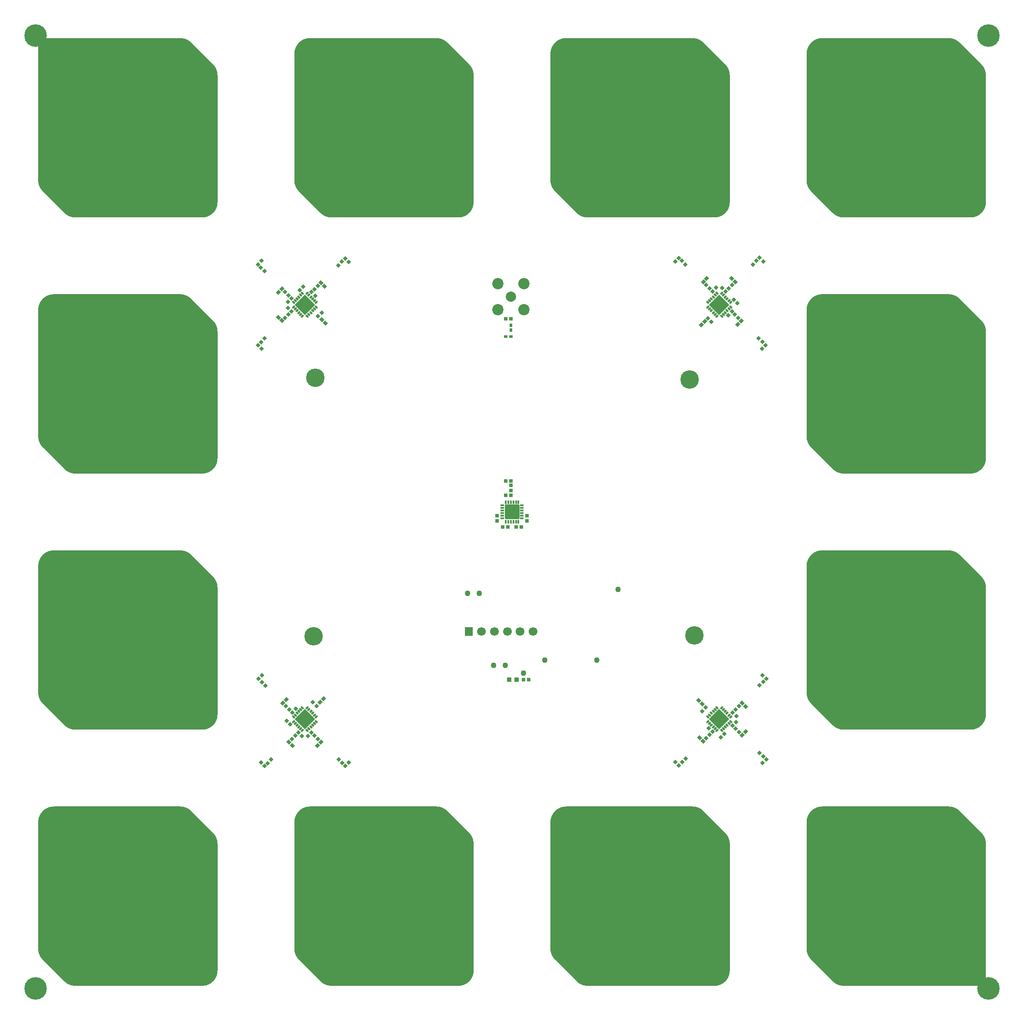
<source format=gbr>
G04*
G04 #@! TF.GenerationSoftware,Altium Limited,Altium Designer,25.0.2 (28)*
G04*
G04 Layer_Color=8388736*
%FSLAX24Y24*%
%MOIN*%
G70*
G04*
G04 #@! TF.SameCoordinates,4B7BC283-7035-4C9F-97D5-5998C8FB6373*
G04*
G04*
G04 #@! TF.FilePolarity,Negative*
G04*
G01*
G75*
%ADD31R,0.1205X0.1256*%
%ADD32C,0.0433*%
%ADD33R,0.0276X0.0256*%
G04:AMPARAMS|DCode=34|XSize=25.6mil|YSize=27.6mil|CornerRadius=0mil|HoleSize=0mil|Usage=FLASHONLY|Rotation=315.000|XOffset=0mil|YOffset=0mil|HoleType=Round|Shape=Rectangle|*
%AMROTATEDRECTD34*
4,1,4,-0.0188,-0.0007,0.0007,0.0188,0.0188,0.0007,-0.0007,-0.0188,-0.0188,-0.0007,0.0*
%
%ADD34ROTATEDRECTD34*%

%ADD35R,0.0256X0.0276*%
G04:AMPARAMS|DCode=36|XSize=25.6mil|YSize=27.6mil|CornerRadius=0mil|HoleSize=0mil|Usage=FLASHONLY|Rotation=45.000|XOffset=0mil|YOffset=0mil|HoleType=Round|Shape=Rectangle|*
%AMROTATEDRECTD36*
4,1,4,0.0007,-0.0188,-0.0188,0.0007,-0.0007,0.0188,0.0188,-0.0007,0.0007,-0.0188,0.0*
%
%ADD36ROTATEDRECTD36*%

%ADD37R,0.0295X0.0236*%
G04:AMPARAMS|DCode=38|XSize=23.6mil|YSize=29.5mil|CornerRadius=0mil|HoleSize=0mil|Usage=FLASHONLY|Rotation=315.000|XOffset=0mil|YOffset=0mil|HoleType=Round|Shape=Rectangle|*
%AMROTATEDRECTD38*
4,1,4,-0.0188,-0.0021,0.0021,0.0188,0.0188,0.0021,-0.0021,-0.0188,-0.0188,-0.0021,0.0*
%
%ADD38ROTATEDRECTD38*%

G04:AMPARAMS|DCode=39|XSize=23.6mil|YSize=27.6mil|CornerRadius=0mil|HoleSize=0mil|Usage=FLASHONLY|Rotation=135.000|XOffset=0mil|YOffset=0mil|HoleType=Round|Shape=Rectangle|*
%AMROTATEDRECTD39*
4,1,4,0.0181,0.0014,-0.0014,-0.0181,-0.0181,-0.0014,0.0014,0.0181,0.0181,0.0014,0.0*
%
%ADD39ROTATEDRECTD39*%

G04:AMPARAMS|DCode=40|XSize=23.6mil|YSize=29.5mil|CornerRadius=0mil|HoleSize=0mil|Usage=FLASHONLY|Rotation=45.000|XOffset=0mil|YOffset=0mil|HoleType=Round|Shape=Rectangle|*
%AMROTATEDRECTD40*
4,1,4,0.0021,-0.0188,-0.0188,0.0021,-0.0021,0.0188,0.0188,-0.0021,0.0021,-0.0188,0.0*
%
%ADD40ROTATEDRECTD40*%

G04:AMPARAMS|DCode=41|XSize=23.6mil|YSize=27.6mil|CornerRadius=0mil|HoleSize=0mil|Usage=FLASHONLY|Rotation=45.000|XOffset=0mil|YOffset=0mil|HoleType=Round|Shape=Rectangle|*
%AMROTATEDRECTD41*
4,1,4,0.0014,-0.0181,-0.0181,0.0014,-0.0014,0.0181,0.0181,-0.0014,0.0014,-0.0181,0.0*
%
%ADD41ROTATEDRECTD41*%

G04:AMPARAMS|DCode=42|XSize=112.2mil|YSize=112.2mil|CornerRadius=7.4mil|HoleSize=0mil|Usage=FLASHONLY|Rotation=225.000|XOffset=0mil|YOffset=0mil|HoleType=Round|Shape=RoundedRectangle|*
%AMROUNDEDRECTD42*
21,1,0.1122,0.0974,0,0,225.0*
21,1,0.0974,0.1122,0,0,225.0*
1,1,0.0148,-0.0689,0.0000*
1,1,0.0148,0.0000,0.0689*
1,1,0.0148,0.0689,0.0000*
1,1,0.0148,0.0000,-0.0689*
%
%ADD42ROUNDEDRECTD42*%
G04:AMPARAMS|DCode=43|XSize=15.7mil|YSize=27.6mil|CornerRadius=4.9mil|HoleSize=0mil|Usage=FLASHONLY|Rotation=225.000|XOffset=0mil|YOffset=0mil|HoleType=Round|Shape=RoundedRectangle|*
%AMROUNDEDRECTD43*
21,1,0.0157,0.0177,0,0,225.0*
21,1,0.0059,0.0276,0,0,225.0*
1,1,0.0098,-0.0084,0.0042*
1,1,0.0098,-0.0042,0.0084*
1,1,0.0098,0.0084,-0.0042*
1,1,0.0098,0.0042,-0.0084*
%
%ADD43ROUNDEDRECTD43*%
G04:AMPARAMS|DCode=44|XSize=27.6mil|YSize=15.7mil|CornerRadius=4.9mil|HoleSize=0mil|Usage=FLASHONLY|Rotation=225.000|XOffset=0mil|YOffset=0mil|HoleType=Round|Shape=RoundedRectangle|*
%AMROUNDEDRECTD44*
21,1,0.0276,0.0059,0,0,225.0*
21,1,0.0177,0.0157,0,0,225.0*
1,1,0.0098,-0.0084,-0.0042*
1,1,0.0098,0.0042,0.0084*
1,1,0.0098,0.0084,0.0042*
1,1,0.0098,-0.0042,-0.0084*
%
%ADD44ROUNDEDRECTD44*%
%ADD45R,0.0339X0.0359*%
G04:AMPARAMS|DCode=46|XSize=112.2mil|YSize=112.2mil|CornerRadius=7.4mil|HoleSize=0mil|Usage=FLASHONLY|Rotation=0.000|XOffset=0mil|YOffset=0mil|HoleType=Round|Shape=RoundedRectangle|*
%AMROUNDEDRECTD46*
21,1,0.1122,0.0974,0,0,0.0*
21,1,0.0974,0.1122,0,0,0.0*
1,1,0.0148,0.0487,-0.0487*
1,1,0.0148,-0.0487,-0.0487*
1,1,0.0148,-0.0487,0.0487*
1,1,0.0148,0.0487,0.0487*
%
%ADD46ROUNDEDRECTD46*%
G04:AMPARAMS|DCode=47|XSize=15.7mil|YSize=27.6mil|CornerRadius=4.9mil|HoleSize=0mil|Usage=FLASHONLY|Rotation=0.000|XOffset=0mil|YOffset=0mil|HoleType=Round|Shape=RoundedRectangle|*
%AMROUNDEDRECTD47*
21,1,0.0157,0.0177,0,0,0.0*
21,1,0.0059,0.0276,0,0,0.0*
1,1,0.0098,0.0030,-0.0089*
1,1,0.0098,-0.0030,-0.0089*
1,1,0.0098,-0.0030,0.0089*
1,1,0.0098,0.0030,0.0089*
%
%ADD47ROUNDEDRECTD47*%
G04:AMPARAMS|DCode=48|XSize=27.6mil|YSize=15.7mil|CornerRadius=4.9mil|HoleSize=0mil|Usage=FLASHONLY|Rotation=0.000|XOffset=0mil|YOffset=0mil|HoleType=Round|Shape=RoundedRectangle|*
%AMROUNDEDRECTD48*
21,1,0.0276,0.0059,0,0,0.0*
21,1,0.0177,0.0157,0,0,0.0*
1,1,0.0098,0.0089,-0.0030*
1,1,0.0098,-0.0089,-0.0030*
1,1,0.0098,-0.0089,0.0030*
1,1,0.0098,0.0089,0.0030*
%
%ADD48ROUNDEDRECTD48*%
G04:AMPARAMS|DCode=49|XSize=112.2mil|YSize=112.2mil|CornerRadius=7.4mil|HoleSize=0mil|Usage=FLASHONLY|Rotation=135.000|XOffset=0mil|YOffset=0mil|HoleType=Round|Shape=RoundedRectangle|*
%AMROUNDEDRECTD49*
21,1,0.1122,0.0974,0,0,135.0*
21,1,0.0974,0.1122,0,0,135.0*
1,1,0.0148,0.0000,0.0689*
1,1,0.0148,0.0689,0.0000*
1,1,0.0148,0.0000,-0.0689*
1,1,0.0148,-0.0689,0.0000*
%
%ADD49ROUNDEDRECTD49*%
G04:AMPARAMS|DCode=50|XSize=15.7mil|YSize=27.6mil|CornerRadius=4.9mil|HoleSize=0mil|Usage=FLASHONLY|Rotation=135.000|XOffset=0mil|YOffset=0mil|HoleType=Round|Shape=RoundedRectangle|*
%AMROUNDEDRECTD50*
21,1,0.0157,0.0177,0,0,135.0*
21,1,0.0059,0.0276,0,0,135.0*
1,1,0.0098,0.0042,0.0084*
1,1,0.0098,0.0084,0.0042*
1,1,0.0098,-0.0042,-0.0084*
1,1,0.0098,-0.0084,-0.0042*
%
%ADD50ROUNDEDRECTD50*%
G04:AMPARAMS|DCode=51|XSize=27.6mil|YSize=15.7mil|CornerRadius=4.9mil|HoleSize=0mil|Usage=FLASHONLY|Rotation=135.000|XOffset=0mil|YOffset=0mil|HoleType=Round|Shape=RoundedRectangle|*
%AMROUNDEDRECTD51*
21,1,0.0276,0.0059,0,0,135.0*
21,1,0.0177,0.0157,0,0,135.0*
1,1,0.0098,-0.0042,0.0084*
1,1,0.0098,0.0084,-0.0042*
1,1,0.0098,0.0042,-0.0084*
1,1,0.0098,-0.0084,0.0042*
%
%ADD51ROUNDEDRECTD51*%
%ADD52R,0.0236X0.0276*%
%ADD53C,0.0669*%
%ADD54R,0.0639X0.0669*%
%ADD55C,0.0787*%
%ADD56C,0.0866*%
%ADD57C,0.1732*%
%ADD58C,0.1417*%
%ADD59C,0.0118*%
G36*
X13895Y36401D02*
X13925Y36400D01*
X13955Y36398D01*
X13985Y36396D01*
X13988Y36395D01*
X14014Y36392D01*
X14028Y36390D01*
X14044Y36388D01*
X14073Y36383D01*
X14103Y36377D01*
X14132Y36371D01*
X14161Y36364D01*
X14190Y36356D01*
X14219Y36347D01*
X14247Y36338D01*
X14275Y36328D01*
X14303Y36317D01*
X14315Y36313D01*
X14331Y36306D01*
X14358Y36294D01*
X14385Y36281D01*
X14412Y36267D01*
X14438Y36253D01*
X14464Y36238D01*
X14490Y36223D01*
X14515Y36207D01*
X14540Y36190D01*
X14564Y36173D01*
X14588Y36155D01*
X14598Y36146D01*
X14612Y36136D01*
X14634Y36117D01*
X14657Y36097D01*
X14659Y36095D01*
X14679Y36077D01*
X14689Y36066D01*
X14700Y36056D01*
X16371Y34385D01*
X16392Y34364D01*
X16412Y34342D01*
X16432Y34320D01*
X16435Y34316D01*
X16451Y34297D01*
X16459Y34286D01*
X16469Y34273D01*
X16480Y34260D01*
X16488Y34249D01*
X16500Y34232D01*
X16505Y34225D01*
X16510Y34217D01*
X16522Y34200D01*
X16528Y34190D01*
X16538Y34175D01*
X16553Y34149D01*
X16560Y34138D01*
X16568Y34123D01*
X16573Y34114D01*
X16582Y34097D01*
X16591Y34079D01*
X16596Y34070D01*
X16602Y34058D01*
X16609Y34043D01*
X16621Y34016D01*
X16632Y33988D01*
X16643Y33960D01*
X16647Y33950D01*
X16653Y33932D01*
X16659Y33913D01*
X16662Y33904D01*
X16665Y33895D01*
X16671Y33875D01*
X16677Y33854D01*
X16679Y33846D01*
X16686Y33817D01*
X16687Y33811D01*
X16692Y33788D01*
X16698Y33759D01*
X16703Y33729D01*
X16707Y33699D01*
X16711Y33670D01*
X16713Y33640D01*
X16715Y33610D01*
X16716Y33580D01*
X16717Y33550D01*
Y23803D01*
X16716Y23773D01*
X16715Y23743D01*
X16713Y23713D01*
X16711Y23684D01*
X16707Y23654D01*
X16703Y23624D01*
X16698Y23595D01*
X16692Y23565D01*
X16686Y23536D01*
X16679Y23507D01*
X16671Y23478D01*
X16662Y23450D01*
X16653Y23421D01*
X16643Y23393D01*
X16632Y23365D01*
X16621Y23337D01*
X16609Y23310D01*
X16596Y23283D01*
X16582Y23256D01*
X16568Y23230D01*
X16553Y23204D01*
X16538Y23178D01*
X16522Y23153D01*
X16505Y23128D01*
X16488Y23104D01*
X16469Y23080D01*
X16451Y23057D01*
X16432Y23034D01*
X16412Y23011D01*
X16392Y22989D01*
X16371Y22968D01*
X16349Y22947D01*
X16327Y22927D01*
X16305Y22907D01*
X16282Y22888D01*
X16258Y22869D01*
X16235Y22851D01*
X16210Y22834D01*
X16185Y22817D01*
X16160Y22801D01*
X16135Y22785D01*
X16109Y22770D01*
X16082Y22756D01*
X16056Y22743D01*
X16029Y22730D01*
X16001Y22718D01*
X15974Y22706D01*
X15946Y22695D01*
X15917Y22685D01*
X15889Y22676D01*
X15860Y22668D01*
X15832Y22660D01*
X15802Y22653D01*
X15773Y22646D01*
X15744Y22640D01*
X15714Y22636D01*
X15685Y22631D01*
X15655Y22628D01*
X15625Y22625D01*
X15595Y22623D01*
X15565Y22622D01*
X15535Y22622D01*
X5788D01*
X5759Y22622D01*
X5729Y22623D01*
X5699Y22625D01*
X5696Y22626D01*
X5669Y22628D01*
X5639Y22631D01*
X5610Y22636D01*
X5580Y22640D01*
X5551Y22646D01*
X5528Y22651D01*
X5521Y22653D01*
X5492Y22660D01*
X5484Y22662D01*
X5464Y22668D01*
X5443Y22674D01*
X5435Y22676D01*
X5426Y22679D01*
X5406Y22685D01*
X5388Y22692D01*
X5378Y22695D01*
X5350Y22706D01*
X5323Y22718D01*
X5295Y22730D01*
X5281Y22737D01*
X5268Y22743D01*
X5259Y22747D01*
X5242Y22756D01*
X5224Y22765D01*
X5215Y22770D01*
X5200Y22779D01*
X5189Y22785D01*
X5164Y22801D01*
X5148Y22811D01*
X5138Y22817D01*
X5114Y22834D01*
X5089Y22851D01*
X5079Y22859D01*
X5065Y22869D01*
X5052Y22879D01*
X5042Y22888D01*
X5019Y22907D01*
X4997Y22927D01*
X4975Y22947D01*
X4953Y22968D01*
X3283Y24638D01*
X3262Y24660D01*
X3242Y24682D01*
X3222Y24704D01*
X3203Y24727D01*
X3184Y24750D01*
X3166Y24774D01*
X3149Y24799D01*
X3132Y24823D01*
X3122Y24839D01*
X3116Y24849D01*
X3100Y24874D01*
X3085Y24900D01*
X3076Y24917D01*
X3071Y24927D01*
X3064Y24940D01*
X3058Y24953D01*
X3051Y24967D01*
X3045Y24980D01*
X3039Y24992D01*
X3033Y25008D01*
X3026Y25024D01*
X3021Y25035D01*
X3010Y25063D01*
X3000Y25091D01*
X2997Y25101D01*
X2991Y25120D01*
X2985Y25140D01*
X2982Y25149D01*
X2975Y25177D01*
X2967Y25206D01*
X2962Y25229D01*
X2961Y25236D01*
X2955Y25265D01*
X2951Y25295D01*
X2950Y25299D01*
X2946Y25324D01*
X2943Y25351D01*
X2943Y25354D01*
X2940Y25384D01*
X2938Y25414D01*
X2937Y25444D01*
X2937Y25473D01*
Y35220D01*
X2937Y35250D01*
X2938Y35280D01*
X2940Y35310D01*
X2943Y35340D01*
X2946Y35370D01*
X2951Y35399D01*
X2955Y35429D01*
X2961Y35458D01*
X2967Y35487D01*
X2975Y35517D01*
X2982Y35545D01*
X2991Y35574D01*
X3000Y35603D01*
X3010Y35631D01*
X3021Y35659D01*
X3033Y35686D01*
X3045Y35714D01*
X3058Y35741D01*
X3071Y35767D01*
X3085Y35794D01*
X3100Y35820D01*
X3116Y35845D01*
X3132Y35870D01*
X3149Y35895D01*
X3166Y35920D01*
X3184Y35943D01*
X3203Y35967D01*
X3222Y35990D01*
X3242Y36012D01*
X3262Y36034D01*
X3283Y36056D01*
X3304Y36077D01*
X3326Y36097D01*
X3349Y36117D01*
X3372Y36136D01*
X3395Y36155D01*
X3419Y36173D01*
X3443Y36190D01*
X3468Y36207D01*
X3493Y36223D01*
X3519Y36238D01*
X3545Y36253D01*
X3571Y36267D01*
X3598Y36281D01*
X3625Y36294D01*
X3652Y36306D01*
X3680Y36317D01*
X3708Y36328D01*
X3736Y36338D01*
X3765Y36347D01*
X3793Y36356D01*
X3822Y36364D01*
X3851Y36371D01*
X3880Y36377D01*
X3910Y36383D01*
X3939Y36388D01*
X3969Y36392D01*
X3999Y36396D01*
X4028Y36398D01*
X4058Y36400D01*
X4088Y36401D01*
X4118Y36402D01*
X13865D01*
X13895Y36401D01*
D02*
G37*
G36*
X13895Y16716D02*
X13925Y16715D01*
X13955Y16713D01*
X13957Y16713D01*
X13985Y16711D01*
X14014Y16707D01*
X14044Y16703D01*
X14073Y16698D01*
X14103Y16692D01*
X14126Y16687D01*
X14132Y16686D01*
X14161Y16679D01*
X14169Y16677D01*
X14190Y16671D01*
X14210Y16665D01*
X14219Y16662D01*
X14228Y16659D01*
X14247Y16653D01*
X14265Y16647D01*
X14275Y16643D01*
X14303Y16632D01*
X14331Y16621D01*
X14358Y16609D01*
X14372Y16602D01*
X14385Y16596D01*
X14394Y16591D01*
X14412Y16582D01*
X14429Y16573D01*
X14438Y16568D01*
X14453Y16560D01*
X14464Y16553D01*
X14490Y16538D01*
X14505Y16528D01*
X14515Y16522D01*
X14540Y16505D01*
X14564Y16488D01*
X14575Y16480D01*
X14588Y16470D01*
X14601Y16459D01*
X14612Y16451D01*
X14634Y16432D01*
X14657Y16412D01*
X14679Y16392D01*
X14700Y16371D01*
X16371Y14700D01*
X16392Y14679D01*
X16412Y14657D01*
X16432Y14634D01*
X16451Y14612D01*
X16470Y14588D01*
X16488Y14564D01*
X16505Y14540D01*
X16522Y14515D01*
X16532Y14500D01*
X16538Y14490D01*
X16553Y14464D01*
X16568Y14438D01*
X16577Y14421D01*
X16582Y14412D01*
X16589Y14398D01*
X16596Y14385D01*
X16603Y14371D01*
X16609Y14358D01*
X16614Y14346D01*
X16621Y14331D01*
X16628Y14315D01*
X16632Y14303D01*
X16643Y14275D01*
X16653Y14247D01*
X16656Y14238D01*
X16662Y14219D01*
X16668Y14199D01*
X16671Y14190D01*
X16679Y14161D01*
X16686Y14132D01*
X16691Y14109D01*
X16692Y14103D01*
X16698Y14073D01*
X16703Y14044D01*
X16704Y14040D01*
X16707Y14014D01*
X16710Y13988D01*
X16711Y13985D01*
X16713Y13955D01*
X16715Y13925D01*
X16716Y13895D01*
X16717Y13865D01*
Y4118D01*
X16716Y4088D01*
X16715Y4058D01*
X16713Y4028D01*
X16711Y3999D01*
X16707Y3969D01*
X16703Y3939D01*
X16698Y3910D01*
X16692Y3880D01*
X16686Y3851D01*
X16679Y3822D01*
X16671Y3793D01*
X16662Y3765D01*
X16653Y3736D01*
X16643Y3708D01*
X16632Y3680D01*
X16621Y3652D01*
X16609Y3625D01*
X16596Y3598D01*
X16582Y3571D01*
X16568Y3545D01*
X16553Y3519D01*
X16538Y3493D01*
X16522Y3468D01*
X16505Y3443D01*
X16488Y3419D01*
X16470Y3395D01*
X16451Y3372D01*
X16432Y3349D01*
X16412Y3326D01*
X16392Y3304D01*
X16371Y3283D01*
X16349Y3262D01*
X16327Y3242D01*
X16305Y3222D01*
X16282Y3203D01*
X16258Y3184D01*
X16235Y3166D01*
X16210Y3149D01*
X16185Y3132D01*
X16160Y3116D01*
X16135Y3100D01*
X16109Y3085D01*
X16082Y3071D01*
X16056Y3058D01*
X16029Y3045D01*
X16001Y3033D01*
X15974Y3021D01*
X15946Y3010D01*
X15917Y3000D01*
X15889Y2991D01*
X15860Y2982D01*
X15832Y2975D01*
X15802Y2967D01*
X15773Y2961D01*
X15744Y2955D01*
X15714Y2951D01*
X15685Y2946D01*
X15655Y2943D01*
X15625Y2940D01*
X15595Y2938D01*
X15565Y2937D01*
X15535Y2937D01*
X5788D01*
X5759Y2937D01*
X5729Y2938D01*
X5699Y2940D01*
X5669Y2943D01*
X5666Y2943D01*
X5639Y2946D01*
X5626Y2948D01*
X5610Y2951D01*
X5580Y2955D01*
X5551Y2961D01*
X5521Y2967D01*
X5492Y2975D01*
X5464Y2982D01*
X5435Y2991D01*
X5406Y3000D01*
X5378Y3010D01*
X5350Y3021D01*
X5339Y3026D01*
X5323Y3033D01*
X5295Y3045D01*
X5268Y3058D01*
X5242Y3071D01*
X5215Y3085D01*
X5189Y3100D01*
X5164Y3116D01*
X5138Y3132D01*
X5114Y3149D01*
X5089Y3166D01*
X5065Y3184D01*
X5055Y3192D01*
X5042Y3203D01*
X5019Y3222D01*
X4997Y3242D01*
X4995Y3243D01*
X4975Y3262D01*
X4964Y3272D01*
X4953Y3283D01*
X3283Y4953D01*
X3262Y4975D01*
X3242Y4997D01*
X3222Y5019D01*
X3219Y5023D01*
X3203Y5042D01*
X3194Y5052D01*
X3184Y5065D01*
X3174Y5079D01*
X3166Y5089D01*
X3154Y5107D01*
X3149Y5114D01*
X3143Y5122D01*
X3132Y5138D01*
X3126Y5148D01*
X3116Y5164D01*
X3100Y5189D01*
X3094Y5200D01*
X3085Y5215D01*
X3080Y5224D01*
X3071Y5242D01*
X3062Y5259D01*
X3058Y5268D01*
X3052Y5281D01*
X3045Y5295D01*
X3033Y5323D01*
X3021Y5350D01*
X3010Y5378D01*
X3007Y5388D01*
X3000Y5406D01*
X2994Y5426D01*
X2991Y5435D01*
X2989Y5443D01*
X2982Y5464D01*
X2977Y5484D01*
X2975Y5492D01*
X2967Y5521D01*
X2966Y5528D01*
X2961Y5551D01*
X2955Y5580D01*
X2951Y5610D01*
X2946Y5639D01*
X2943Y5669D01*
X2940Y5699D01*
X2938Y5729D01*
X2937Y5759D01*
X2937Y5788D01*
Y15535D01*
X2937Y15565D01*
X2938Y15595D01*
X2940Y15625D01*
X2943Y15655D01*
X2946Y15685D01*
X2951Y15714D01*
X2955Y15744D01*
X2961Y15773D01*
X2967Y15802D01*
X2975Y15832D01*
X2982Y15860D01*
X2991Y15889D01*
X3000Y15917D01*
X3010Y15946D01*
X3021Y15974D01*
X3033Y16001D01*
X3045Y16029D01*
X3058Y16056D01*
X3071Y16082D01*
X3085Y16109D01*
X3100Y16135D01*
X3116Y16160D01*
X3132Y16185D01*
X3149Y16210D01*
X3166Y16235D01*
X3184Y16258D01*
X3203Y16282D01*
X3222Y16305D01*
X3242Y16327D01*
X3262Y16349D01*
X3283Y16371D01*
X3304Y16392D01*
X3326Y16412D01*
X3349Y16432D01*
X3372Y16451D01*
X3395Y16470D01*
X3419Y16488D01*
X3443Y16505D01*
X3468Y16522D01*
X3493Y16538D01*
X3519Y16553D01*
X3545Y16568D01*
X3571Y16582D01*
X3598Y16596D01*
X3625Y16609D01*
X3652Y16621D01*
X3680Y16632D01*
X3708Y16643D01*
X3736Y16653D01*
X3765Y16662D01*
X3793Y16671D01*
X3822Y16679D01*
X3851Y16686D01*
X3880Y16692D01*
X3910Y16698D01*
X3939Y16703D01*
X3969Y16707D01*
X3999Y16711D01*
X4028Y16713D01*
X4058Y16715D01*
X4088Y16716D01*
X4118Y16717D01*
X13865D01*
X13895Y16716D01*
D02*
G37*
G36*
X33580D02*
X33610Y16715D01*
X33640Y16713D01*
X33642Y16713D01*
X33670Y16711D01*
X33699Y16707D01*
X33729Y16703D01*
X33759Y16698D01*
X33788Y16692D01*
X33811Y16687D01*
X33817Y16686D01*
X33846Y16679D01*
X33854Y16677D01*
X33875Y16671D01*
X33895Y16665D01*
X33904Y16662D01*
X33913Y16659D01*
X33932Y16653D01*
X33950Y16647D01*
X33960Y16643D01*
X33988Y16632D01*
X34016Y16621D01*
X34043Y16609D01*
X34058Y16602D01*
X34070Y16596D01*
X34079Y16591D01*
X34097Y16582D01*
X34114Y16573D01*
X34123Y16568D01*
X34138Y16560D01*
X34149Y16553D01*
X34175Y16538D01*
X34190Y16528D01*
X34200Y16522D01*
X34225Y16505D01*
X34249Y16488D01*
X34260Y16480D01*
X34273Y16470D01*
X34286Y16459D01*
X34297Y16451D01*
X34320Y16432D01*
X34342Y16412D01*
X34364Y16392D01*
X34385Y16371D01*
X36056Y14700D01*
X36077Y14679D01*
X36097Y14657D01*
X36117Y14634D01*
X36136Y14612D01*
X36155Y14588D01*
X36173Y14564D01*
X36190Y14540D01*
X36207Y14515D01*
X36217Y14500D01*
X36223Y14490D01*
X36238Y14464D01*
X36253Y14438D01*
X36262Y14421D01*
X36267Y14412D01*
X36274Y14398D01*
X36281Y14385D01*
X36288Y14371D01*
X36294Y14358D01*
X36299Y14346D01*
X36306Y14331D01*
X36313Y14315D01*
X36317Y14303D01*
X36328Y14275D01*
X36338Y14247D01*
X36341Y14238D01*
X36347Y14219D01*
X36354Y14199D01*
X36356Y14190D01*
X36364Y14161D01*
X36371Y14132D01*
X36376Y14109D01*
X36377Y14103D01*
X36383Y14073D01*
X36388Y14044D01*
X36389Y14040D01*
X36392Y14014D01*
X36395Y13988D01*
X36396Y13985D01*
X36398Y13955D01*
X36400Y13925D01*
X36401Y13895D01*
X36402Y13865D01*
Y4118D01*
X36401Y4088D01*
X36400Y4058D01*
X36398Y4028D01*
X36396Y3999D01*
X36392Y3969D01*
X36388Y3939D01*
X36383Y3910D01*
X36377Y3880D01*
X36371Y3851D01*
X36364Y3822D01*
X36356Y3793D01*
X36347Y3765D01*
X36338Y3736D01*
X36328Y3708D01*
X36317Y3680D01*
X36306Y3652D01*
X36294Y3625D01*
X36281Y3598D01*
X36267Y3571D01*
X36253Y3545D01*
X36238Y3519D01*
X36223Y3493D01*
X36207Y3468D01*
X36190Y3443D01*
X36173Y3419D01*
X36155Y3395D01*
X36136Y3372D01*
X36117Y3349D01*
X36097Y3326D01*
X36077Y3304D01*
X36056Y3283D01*
X36034Y3262D01*
X36012Y3242D01*
X35990Y3222D01*
X35967Y3203D01*
X35943Y3184D01*
X35920Y3166D01*
X35895Y3149D01*
X35870Y3132D01*
X35845Y3116D01*
X35820Y3100D01*
X35794Y3085D01*
X35767Y3071D01*
X35741Y3058D01*
X35714Y3045D01*
X35686Y3033D01*
X35659Y3021D01*
X35631Y3010D01*
X35603Y3000D01*
X35574Y2991D01*
X35545Y2982D01*
X35517Y2975D01*
X35487Y2967D01*
X35458Y2961D01*
X35429Y2955D01*
X35399Y2951D01*
X35370Y2946D01*
X35340Y2943D01*
X35310Y2940D01*
X35280Y2938D01*
X35250Y2937D01*
X35220Y2937D01*
X25473D01*
X25444Y2937D01*
X25414Y2938D01*
X25384Y2940D01*
X25354Y2943D01*
X25351Y2943D01*
X25324Y2946D01*
X25311Y2948D01*
X25295Y2951D01*
X25265Y2955D01*
X25236Y2961D01*
X25206Y2967D01*
X25177Y2975D01*
X25149Y2982D01*
X25120Y2991D01*
X25091Y3000D01*
X25063Y3010D01*
X25035Y3021D01*
X25024Y3026D01*
X25008Y3033D01*
X24980Y3045D01*
X24953Y3058D01*
X24927Y3071D01*
X24900Y3085D01*
X24874Y3100D01*
X24849Y3116D01*
X24823Y3132D01*
X24799Y3149D01*
X24774Y3166D01*
X24750Y3184D01*
X24740Y3192D01*
X24727Y3203D01*
X24704Y3222D01*
X24682Y3242D01*
X24680Y3243D01*
X24660Y3262D01*
X24649Y3272D01*
X24638Y3283D01*
X22968Y4953D01*
X22947Y4975D01*
X22927Y4997D01*
X22907Y5019D01*
X22904Y5023D01*
X22888Y5042D01*
X22879Y5052D01*
X22869Y5065D01*
X22859Y5079D01*
X22851Y5089D01*
X22839Y5107D01*
X22834Y5114D01*
X22828Y5122D01*
X22817Y5138D01*
X22811Y5148D01*
X22801Y5164D01*
X22785Y5189D01*
X22779Y5200D01*
X22770Y5215D01*
X22765Y5224D01*
X22756Y5242D01*
X22747Y5259D01*
X22743Y5268D01*
X22737Y5281D01*
X22730Y5295D01*
X22718Y5323D01*
X22706Y5350D01*
X22695Y5378D01*
X22692Y5388D01*
X22685Y5406D01*
X22679Y5426D01*
X22676Y5435D01*
X22674Y5443D01*
X22668Y5464D01*
X22662Y5484D01*
X22660Y5492D01*
X22653Y5521D01*
X22651Y5528D01*
X22646Y5551D01*
X22640Y5580D01*
X22636Y5610D01*
X22631Y5639D01*
X22628Y5669D01*
X22625Y5699D01*
X22623Y5729D01*
X22622Y5759D01*
X22622Y5788D01*
Y15535D01*
X22622Y15565D01*
X22623Y15595D01*
X22625Y15625D01*
X22628Y15655D01*
X22631Y15685D01*
X22636Y15714D01*
X22640Y15744D01*
X22646Y15773D01*
X22653Y15802D01*
X22660Y15832D01*
X22668Y15860D01*
X22676Y15889D01*
X22685Y15917D01*
X22695Y15946D01*
X22706Y15974D01*
X22718Y16001D01*
X22730Y16029D01*
X22743Y16056D01*
X22756Y16082D01*
X22770Y16109D01*
X22785Y16135D01*
X22801Y16160D01*
X22817Y16185D01*
X22834Y16210D01*
X22851Y16235D01*
X22869Y16258D01*
X22888Y16282D01*
X22907Y16305D01*
X22927Y16327D01*
X22947Y16349D01*
X22968Y16371D01*
X22989Y16392D01*
X23011Y16412D01*
X23034Y16432D01*
X23057Y16451D01*
X23080Y16470D01*
X23104Y16488D01*
X23128Y16505D01*
X23153Y16522D01*
X23178Y16538D01*
X23204Y16553D01*
X23230Y16568D01*
X23256Y16582D01*
X23283Y16596D01*
X23310Y16609D01*
X23337Y16621D01*
X23365Y16632D01*
X23393Y16643D01*
X23421Y16653D01*
X23450Y16662D01*
X23478Y16671D01*
X23507Y16679D01*
X23536Y16686D01*
X23565Y16692D01*
X23595Y16698D01*
X23624Y16703D01*
X23654Y16707D01*
X23684Y16711D01*
X23713Y16713D01*
X23743Y16715D01*
X23773Y16716D01*
X23803Y16717D01*
X33550D01*
X33580Y16716D01*
D02*
G37*
G36*
X13895Y56086D02*
X13925Y56085D01*
X13955Y56083D01*
X13985Y56081D01*
X13988Y56080D01*
X14014Y56077D01*
X14028Y56075D01*
X14044Y56073D01*
X14073Y56068D01*
X14103Y56063D01*
X14132Y56056D01*
X14161Y56049D01*
X14190Y56041D01*
X14219Y56033D01*
X14247Y56023D01*
X14275Y56013D01*
X14303Y56002D01*
X14315Y55998D01*
X14331Y55991D01*
X14358Y55979D01*
X14385Y55966D01*
X14412Y55952D01*
X14438Y55938D01*
X14464Y55923D01*
X14490Y55908D01*
X14515Y55892D01*
X14540Y55875D01*
X14564Y55858D01*
X14588Y55840D01*
X14598Y55831D01*
X14612Y55821D01*
X14634Y55802D01*
X14657Y55782D01*
X14659Y55780D01*
X14679Y55762D01*
X14689Y55751D01*
X14700Y55741D01*
X16371Y54070D01*
X16392Y54049D01*
X16412Y54027D01*
X16432Y54005D01*
X16435Y54001D01*
X16451Y53982D01*
X16459Y53971D01*
X16469Y53958D01*
X16480Y53945D01*
X16488Y53934D01*
X16500Y53917D01*
X16505Y53910D01*
X16510Y53902D01*
X16522Y53885D01*
X16528Y53875D01*
X16538Y53860D01*
X16553Y53834D01*
X16560Y53823D01*
X16568Y53808D01*
X16573Y53799D01*
X16582Y53782D01*
X16591Y53764D01*
X16596Y53755D01*
X16602Y53743D01*
X16609Y53728D01*
X16621Y53701D01*
X16632Y53673D01*
X16643Y53645D01*
X16647Y53635D01*
X16653Y53617D01*
X16659Y53598D01*
X16662Y53589D01*
X16665Y53580D01*
X16671Y53560D01*
X16677Y53539D01*
X16679Y53531D01*
X16686Y53502D01*
X16687Y53496D01*
X16692Y53473D01*
X16698Y53444D01*
X16703Y53414D01*
X16707Y53384D01*
X16711Y53355D01*
X16713Y53325D01*
X16715Y53295D01*
X16716Y53265D01*
X16717Y53235D01*
Y43488D01*
X16716Y43458D01*
X16715Y43428D01*
X16713Y43398D01*
X16711Y43369D01*
X16707Y43339D01*
X16703Y43309D01*
X16698Y43280D01*
X16692Y43250D01*
X16686Y43221D01*
X16679Y43192D01*
X16671Y43163D01*
X16662Y43135D01*
X16653Y43106D01*
X16643Y43078D01*
X16632Y43050D01*
X16621Y43022D01*
X16609Y42995D01*
X16596Y42968D01*
X16582Y42941D01*
X16568Y42915D01*
X16553Y42889D01*
X16538Y42863D01*
X16522Y42838D01*
X16505Y42813D01*
X16488Y42789D01*
X16469Y42765D01*
X16451Y42742D01*
X16432Y42719D01*
X16412Y42696D01*
X16392Y42674D01*
X16371Y42653D01*
X16349Y42632D01*
X16327Y42612D01*
X16305Y42592D01*
X16282Y42573D01*
X16258Y42554D01*
X16235Y42536D01*
X16210Y42519D01*
X16185Y42502D01*
X16160Y42486D01*
X16135Y42470D01*
X16109Y42455D01*
X16082Y42441D01*
X16056Y42428D01*
X16029Y42415D01*
X16001Y42403D01*
X15974Y42391D01*
X15946Y42381D01*
X15917Y42370D01*
X15889Y42361D01*
X15860Y42353D01*
X15832Y42345D01*
X15802Y42338D01*
X15773Y42331D01*
X15744Y42326D01*
X15714Y42321D01*
X15685Y42316D01*
X15655Y42313D01*
X15625Y42310D01*
X15595Y42309D01*
X15565Y42307D01*
X15535Y42307D01*
X5788D01*
X5759Y42307D01*
X5729Y42309D01*
X5699Y42310D01*
X5696Y42311D01*
X5669Y42313D01*
X5639Y42316D01*
X5610Y42321D01*
X5580Y42326D01*
X5551Y42331D01*
X5528Y42336D01*
X5521Y42338D01*
X5492Y42345D01*
X5484Y42347D01*
X5464Y42353D01*
X5443Y42359D01*
X5435Y42361D01*
X5426Y42364D01*
X5406Y42370D01*
X5388Y42377D01*
X5378Y42381D01*
X5350Y42391D01*
X5323Y42403D01*
X5295Y42415D01*
X5281Y42422D01*
X5268Y42428D01*
X5259Y42432D01*
X5242Y42441D01*
X5224Y42450D01*
X5215Y42455D01*
X5200Y42464D01*
X5189Y42470D01*
X5164Y42486D01*
X5148Y42496D01*
X5138Y42502D01*
X5114Y42519D01*
X5089Y42536D01*
X5079Y42544D01*
X5065Y42554D01*
X5052Y42565D01*
X5042Y42573D01*
X5019Y42592D01*
X4997Y42612D01*
X4975Y42632D01*
X4953Y42653D01*
X3283Y44323D01*
X3262Y44345D01*
X3242Y44367D01*
X3222Y44389D01*
X3203Y44412D01*
X3184Y44436D01*
X3166Y44459D01*
X3149Y44484D01*
X3132Y44509D01*
X3122Y44524D01*
X3116Y44534D01*
X3100Y44559D01*
X3085Y44585D01*
X3076Y44602D01*
X3071Y44612D01*
X3064Y44625D01*
X3058Y44638D01*
X3051Y44653D01*
X3045Y44665D01*
X3039Y44678D01*
X3033Y44693D01*
X3026Y44709D01*
X3021Y44720D01*
X3010Y44748D01*
X3000Y44776D01*
X2997Y44786D01*
X2991Y44805D01*
X2985Y44825D01*
X2982Y44834D01*
X2975Y44862D01*
X2967Y44892D01*
X2962Y44914D01*
X2961Y44921D01*
X2955Y44950D01*
X2951Y44980D01*
X2950Y44984D01*
X2946Y45009D01*
X2943Y45036D01*
X2943Y45039D01*
X2940Y45069D01*
X2938Y45099D01*
X2937Y45129D01*
X2937Y45159D01*
Y54906D01*
X2937Y54935D01*
X2938Y54965D01*
X2940Y54995D01*
X2943Y55025D01*
X2946Y55055D01*
X2951Y55084D01*
X2955Y55114D01*
X2961Y55143D01*
X2967Y55173D01*
X2975Y55202D01*
X2982Y55230D01*
X2991Y55259D01*
X3000Y55288D01*
X3010Y55316D01*
X3021Y55344D01*
X3033Y55371D01*
X3045Y55399D01*
X3058Y55426D01*
X3071Y55452D01*
X3085Y55479D01*
X3100Y55505D01*
X3116Y55530D01*
X3132Y55556D01*
X3149Y55580D01*
X3166Y55605D01*
X3184Y55629D01*
X3203Y55652D01*
X3222Y55675D01*
X3242Y55697D01*
X3262Y55719D01*
X3283Y55741D01*
X3304Y55762D01*
X3326Y55782D01*
X3349Y55802D01*
X3372Y55821D01*
X3395Y55840D01*
X3419Y55858D01*
X3443Y55875D01*
X3468Y55892D01*
X3493Y55908D01*
X3519Y55923D01*
X3545Y55938D01*
X3571Y55952D01*
X3598Y55966D01*
X3625Y55979D01*
X3652Y55991D01*
X3680Y56002D01*
X3708Y56013D01*
X3736Y56023D01*
X3765Y56033D01*
X3793Y56041D01*
X3822Y56049D01*
X3851Y56056D01*
X3880Y56063D01*
X3910Y56068D01*
X3939Y56073D01*
X3969Y56077D01*
X3999Y56081D01*
X4028Y56083D01*
X4058Y56085D01*
X4088Y56086D01*
X4118Y56087D01*
X13865D01*
X13895Y56086D01*
D02*
G37*
G36*
X13895Y75771D02*
X13925Y75770D01*
X13955Y75768D01*
X13957Y75768D01*
X13985Y75766D01*
X14014Y75762D01*
X14044Y75758D01*
X14073Y75753D01*
X14103Y75748D01*
X14126Y75743D01*
X14132Y75741D01*
X14161Y75734D01*
X14169Y75732D01*
X14190Y75726D01*
X14210Y75720D01*
X14219Y75718D01*
X14228Y75715D01*
X14247Y75708D01*
X14265Y75702D01*
X14275Y75698D01*
X14303Y75687D01*
X14331Y75676D01*
X14358Y75664D01*
X14372Y75657D01*
X14385Y75651D01*
X14394Y75646D01*
X14412Y75638D01*
X14429Y75628D01*
X14438Y75623D01*
X14453Y75615D01*
X14464Y75608D01*
X14490Y75593D01*
X14505Y75583D01*
X14515Y75577D01*
X14540Y75560D01*
X14564Y75543D01*
X14575Y75535D01*
X14588Y75525D01*
X14601Y75514D01*
X14612Y75506D01*
X14634Y75487D01*
X14657Y75467D01*
X14679Y75447D01*
X14700Y75426D01*
X16371Y73755D01*
X16392Y73734D01*
X16412Y73712D01*
X16432Y73690D01*
X16451Y73667D01*
X16470Y73643D01*
X16488Y73619D01*
X16505Y73595D01*
X16522Y73570D01*
X16532Y73555D01*
X16538Y73545D01*
X16553Y73519D01*
X16568Y73493D01*
X16577Y73476D01*
X16582Y73467D01*
X16589Y73454D01*
X16596Y73440D01*
X16603Y73426D01*
X16609Y73413D01*
X16614Y73401D01*
X16621Y73386D01*
X16628Y73370D01*
X16632Y73358D01*
X16643Y73330D01*
X16653Y73302D01*
X16656Y73293D01*
X16662Y73274D01*
X16668Y73254D01*
X16671Y73245D01*
X16679Y73216D01*
X16686Y73187D01*
X16691Y73164D01*
X16692Y73158D01*
X16698Y73129D01*
X16703Y73099D01*
X16704Y73095D01*
X16707Y73069D01*
X16710Y73043D01*
X16711Y73040D01*
X16713Y73010D01*
X16715Y72980D01*
X16716Y72950D01*
X16717Y72920D01*
Y63173D01*
X16716Y63143D01*
X16715Y63113D01*
X16713Y63084D01*
X16711Y63054D01*
X16707Y63024D01*
X16703Y62994D01*
X16698Y62965D01*
X16692Y62935D01*
X16686Y62906D01*
X16679Y62877D01*
X16671Y62848D01*
X16662Y62820D01*
X16653Y62791D01*
X16643Y62763D01*
X16632Y62735D01*
X16621Y62707D01*
X16609Y62680D01*
X16596Y62653D01*
X16582Y62626D01*
X16568Y62600D01*
X16553Y62574D01*
X16538Y62548D01*
X16522Y62523D01*
X16505Y62498D01*
X16488Y62474D01*
X16469Y62450D01*
X16451Y62427D01*
X16432Y62404D01*
X16412Y62381D01*
X16392Y62359D01*
X16371Y62338D01*
X16349Y62317D01*
X16327Y62297D01*
X16305Y62277D01*
X16282Y62258D01*
X16258Y62239D01*
X16235Y62221D01*
X16210Y62204D01*
X16185Y62187D01*
X16160Y62171D01*
X16135Y62155D01*
X16109Y62140D01*
X16082Y62126D01*
X16056Y62113D01*
X16029Y62100D01*
X16001Y62088D01*
X15974Y62076D01*
X15946Y62066D01*
X15917Y62056D01*
X15889Y62046D01*
X15860Y62038D01*
X15832Y62030D01*
X15802Y62023D01*
X15773Y62016D01*
X15744Y62011D01*
X15714Y62006D01*
X15685Y62002D01*
X15655Y61998D01*
X15625Y61995D01*
X15595Y61994D01*
X15565Y61992D01*
X15535Y61992D01*
X5788D01*
X5759Y61992D01*
X5729Y61994D01*
X5699Y61995D01*
X5669Y61998D01*
X5666Y61998D01*
X5639Y62002D01*
X5626Y62003D01*
X5610Y62006D01*
X5580Y62011D01*
X5551Y62016D01*
X5521Y62023D01*
X5492Y62030D01*
X5464Y62038D01*
X5435Y62046D01*
X5406Y62056D01*
X5378Y62066D01*
X5350Y62076D01*
X5339Y62081D01*
X5323Y62088D01*
X5295Y62100D01*
X5268Y62113D01*
X5242Y62126D01*
X5215Y62140D01*
X5189Y62155D01*
X5164Y62171D01*
X5138Y62187D01*
X5114Y62204D01*
X5089Y62221D01*
X5065Y62239D01*
X5055Y62247D01*
X5042Y62258D01*
X5019Y62277D01*
X4997Y62297D01*
X4995Y62298D01*
X4975Y62317D01*
X4964Y62327D01*
X4953Y62338D01*
X3283Y64008D01*
X3262Y64030D01*
X3242Y64052D01*
X3222Y64074D01*
X3219Y64078D01*
X3203Y64097D01*
X3194Y64107D01*
X3184Y64121D01*
X3174Y64134D01*
X3166Y64144D01*
X3154Y64162D01*
X3149Y64169D01*
X3143Y64177D01*
X3132Y64194D01*
X3126Y64203D01*
X3116Y64219D01*
X3100Y64244D01*
X3094Y64255D01*
X3085Y64270D01*
X3080Y64280D01*
X3071Y64297D01*
X3062Y64314D01*
X3058Y64323D01*
X3052Y64336D01*
X3045Y64350D01*
X3033Y64378D01*
X3021Y64405D01*
X3010Y64433D01*
X3007Y64443D01*
X3000Y64462D01*
X2994Y64481D01*
X2991Y64490D01*
X2989Y64499D01*
X2982Y64519D01*
X2977Y64540D01*
X2975Y64547D01*
X2967Y64577D01*
X2966Y64583D01*
X2961Y64606D01*
X2955Y64635D01*
X2951Y64665D01*
X2946Y64694D01*
X2943Y64724D01*
X2940Y64754D01*
X2938Y64784D01*
X2937Y64814D01*
X2937Y64844D01*
Y74591D01*
X2937Y74620D01*
X2938Y74650D01*
X2940Y74680D01*
X2943Y74710D01*
X2946Y74740D01*
X2951Y74769D01*
X2955Y74799D01*
X2961Y74828D01*
X2967Y74858D01*
X2975Y74887D01*
X2982Y74915D01*
X2991Y74944D01*
X3000Y74973D01*
X3010Y75001D01*
X3021Y75029D01*
X3033Y75056D01*
X3045Y75084D01*
X3058Y75111D01*
X3071Y75137D01*
X3085Y75164D01*
X3100Y75190D01*
X3116Y75215D01*
X3132Y75241D01*
X3149Y75265D01*
X3166Y75290D01*
X3184Y75314D01*
X3203Y75337D01*
X3222Y75360D01*
X3242Y75382D01*
X3262Y75404D01*
X3283Y75426D01*
X3304Y75447D01*
X3326Y75467D01*
X3349Y75487D01*
X3372Y75506D01*
X3395Y75525D01*
X3419Y75543D01*
X3443Y75560D01*
X3468Y75577D01*
X3493Y75593D01*
X3519Y75608D01*
X3545Y75623D01*
X3571Y75638D01*
X3598Y75651D01*
X3625Y75664D01*
X3652Y75676D01*
X3680Y75687D01*
X3708Y75698D01*
X3736Y75708D01*
X3765Y75718D01*
X3793Y75726D01*
X3822Y75734D01*
X3851Y75741D01*
X3880Y75748D01*
X3910Y75753D01*
X3939Y75758D01*
X3969Y75762D01*
X3999Y75766D01*
X4028Y75768D01*
X4058Y75770D01*
X4088Y75771D01*
X4118Y75772D01*
X13865D01*
X13895Y75771D01*
D02*
G37*
G36*
X33580Y75771D02*
X33610Y75770D01*
X33640Y75768D01*
X33642Y75768D01*
X33670Y75766D01*
X33699Y75762D01*
X33729Y75758D01*
X33759Y75753D01*
X33788Y75748D01*
X33811Y75743D01*
X33817Y75741D01*
X33846Y75734D01*
X33854Y75732D01*
X33875Y75726D01*
X33895Y75720D01*
X33904Y75718D01*
X33913Y75715D01*
X33932Y75708D01*
X33950Y75702D01*
X33960Y75698D01*
X33988Y75687D01*
X34016Y75676D01*
X34043Y75664D01*
X34058Y75657D01*
X34070Y75651D01*
X34079Y75646D01*
X34097Y75638D01*
X34114Y75628D01*
X34123Y75623D01*
X34138Y75615D01*
X34149Y75608D01*
X34175Y75593D01*
X34190Y75583D01*
X34200Y75577D01*
X34225Y75560D01*
X34249Y75543D01*
X34260Y75535D01*
X34273Y75525D01*
X34286Y75514D01*
X34297Y75506D01*
X34320Y75487D01*
X34342Y75467D01*
X34364Y75447D01*
X34385Y75426D01*
X36056Y73755D01*
X36077Y73734D01*
X36097Y73712D01*
X36117Y73690D01*
X36136Y73667D01*
X36155Y73643D01*
X36173Y73619D01*
X36190Y73595D01*
X36207Y73570D01*
X36217Y73555D01*
X36223Y73545D01*
X36238Y73519D01*
X36253Y73493D01*
X36262Y73476D01*
X36267Y73467D01*
X36274Y73454D01*
X36281Y73440D01*
X36288Y73426D01*
X36294Y73413D01*
X36299Y73401D01*
X36306Y73386D01*
X36313Y73370D01*
X36317Y73358D01*
X36328Y73330D01*
X36338Y73302D01*
X36341Y73293D01*
X36347Y73274D01*
X36354Y73254D01*
X36356Y73245D01*
X36364Y73216D01*
X36371Y73187D01*
X36376Y73164D01*
X36377Y73158D01*
X36383Y73129D01*
X36388Y73099D01*
X36389Y73095D01*
X36392Y73069D01*
X36395Y73043D01*
X36396Y73040D01*
X36398Y73010D01*
X36400Y72980D01*
X36401Y72950D01*
X36402Y72920D01*
Y63173D01*
X36401Y63143D01*
X36400Y63113D01*
X36398Y63084D01*
X36396Y63054D01*
X36392Y63024D01*
X36388Y62994D01*
X36383Y62965D01*
X36377Y62935D01*
X36371Y62906D01*
X36364Y62877D01*
X36356Y62848D01*
X36347Y62820D01*
X36338Y62791D01*
X36328Y62763D01*
X36317Y62735D01*
X36306Y62707D01*
X36294Y62680D01*
X36281Y62653D01*
X36267Y62626D01*
X36253Y62600D01*
X36238Y62574D01*
X36223Y62548D01*
X36207Y62523D01*
X36190Y62498D01*
X36173Y62474D01*
X36155Y62450D01*
X36136Y62427D01*
X36117Y62404D01*
X36097Y62381D01*
X36077Y62359D01*
X36056Y62338D01*
X36034Y62317D01*
X36012Y62297D01*
X35990Y62277D01*
X35967Y62258D01*
X35943Y62239D01*
X35920Y62221D01*
X35895Y62204D01*
X35870Y62187D01*
X35845Y62171D01*
X35820Y62155D01*
X35794Y62140D01*
X35767Y62126D01*
X35741Y62113D01*
X35714Y62100D01*
X35686Y62088D01*
X35659Y62076D01*
X35631Y62066D01*
X35603Y62056D01*
X35574Y62046D01*
X35545Y62038D01*
X35517Y62030D01*
X35487Y62023D01*
X35458Y62016D01*
X35429Y62011D01*
X35399Y62006D01*
X35370Y62002D01*
X35340Y61998D01*
X35310Y61995D01*
X35280Y61994D01*
X35250Y61992D01*
X35220Y61992D01*
X25473D01*
X25444Y61992D01*
X25414Y61994D01*
X25384Y61995D01*
X25354Y61998D01*
X25351Y61998D01*
X25324Y62002D01*
X25311Y62003D01*
X25295Y62006D01*
X25265Y62011D01*
X25236Y62016D01*
X25206Y62023D01*
X25177Y62030D01*
X25149Y62038D01*
X25120Y62046D01*
X25091Y62056D01*
X25063Y62066D01*
X25035Y62076D01*
X25024Y62081D01*
X25008Y62088D01*
X24980Y62100D01*
X24953Y62113D01*
X24927Y62126D01*
X24900Y62140D01*
X24874Y62155D01*
X24849Y62171D01*
X24823Y62187D01*
X24799Y62204D01*
X24774Y62221D01*
X24750Y62239D01*
X24740Y62247D01*
X24727Y62258D01*
X24704Y62277D01*
X24682Y62297D01*
X24680Y62298D01*
X24660Y62317D01*
X24649Y62327D01*
X24638Y62338D01*
X22968Y64008D01*
X22947Y64030D01*
X22927Y64052D01*
X22907Y64074D01*
X22904Y64078D01*
X22888Y64097D01*
X22879Y64107D01*
X22869Y64121D01*
X22859Y64134D01*
X22851Y64144D01*
X22839Y64162D01*
X22834Y64169D01*
X22828Y64177D01*
X22817Y64194D01*
X22811Y64203D01*
X22801Y64219D01*
X22785Y64244D01*
X22779Y64255D01*
X22770Y64270D01*
X22765Y64280D01*
X22756Y64297D01*
X22747Y64314D01*
X22743Y64323D01*
X22737Y64336D01*
X22730Y64350D01*
X22718Y64378D01*
X22706Y64405D01*
X22695Y64433D01*
X22692Y64443D01*
X22685Y64462D01*
X22679Y64481D01*
X22676Y64490D01*
X22674Y64499D01*
X22668Y64519D01*
X22662Y64540D01*
X22660Y64547D01*
X22653Y64577D01*
X22651Y64583D01*
X22646Y64606D01*
X22640Y64635D01*
X22636Y64665D01*
X22631Y64694D01*
X22628Y64724D01*
X22625Y64754D01*
X22623Y64784D01*
X22622Y64814D01*
X22622Y64844D01*
Y74591D01*
X22622Y74620D01*
X22623Y74650D01*
X22625Y74680D01*
X22628Y74710D01*
X22631Y74740D01*
X22636Y74769D01*
X22640Y74799D01*
X22646Y74828D01*
X22653Y74858D01*
X22660Y74887D01*
X22668Y74915D01*
X22676Y74944D01*
X22685Y74973D01*
X22695Y75001D01*
X22706Y75029D01*
X22718Y75056D01*
X22730Y75084D01*
X22743Y75111D01*
X22756Y75137D01*
X22770Y75164D01*
X22785Y75190D01*
X22801Y75215D01*
X22817Y75241D01*
X22834Y75265D01*
X22851Y75290D01*
X22869Y75314D01*
X22888Y75337D01*
X22907Y75360D01*
X22927Y75382D01*
X22947Y75404D01*
X22968Y75426D01*
X22989Y75447D01*
X23011Y75467D01*
X23034Y75487D01*
X23057Y75506D01*
X23080Y75525D01*
X23104Y75543D01*
X23128Y75560D01*
X23153Y75577D01*
X23178Y75593D01*
X23204Y75608D01*
X23230Y75623D01*
X23256Y75638D01*
X23283Y75651D01*
X23310Y75664D01*
X23337Y75676D01*
X23365Y75687D01*
X23393Y75698D01*
X23421Y75708D01*
X23450Y75718D01*
X23478Y75726D01*
X23507Y75734D01*
X23536Y75741D01*
X23565Y75748D01*
X23595Y75753D01*
X23624Y75758D01*
X23654Y75762D01*
X23684Y75766D01*
X23713Y75768D01*
X23743Y75770D01*
X23773Y75771D01*
X23803Y75772D01*
X33550D01*
X33580Y75771D01*
D02*
G37*
G36*
X53265Y16716D02*
X53295Y16715D01*
X53325Y16713D01*
X53327Y16713D01*
X53355Y16711D01*
X53384Y16707D01*
X53414Y16703D01*
X53444Y16698D01*
X53473Y16692D01*
X53496Y16687D01*
X53502Y16686D01*
X53531Y16679D01*
X53539Y16677D01*
X53560Y16671D01*
X53580Y16665D01*
X53589Y16662D01*
X53598Y16659D01*
X53617Y16653D01*
X53635Y16647D01*
X53645Y16643D01*
X53673Y16632D01*
X53701Y16621D01*
X53728Y16609D01*
X53743Y16602D01*
X53755Y16596D01*
X53764Y16591D01*
X53782Y16582D01*
X53799Y16573D01*
X53808Y16568D01*
X53823Y16560D01*
X53834Y16553D01*
X53860Y16538D01*
X53875Y16528D01*
X53885Y16522D01*
X53910Y16505D01*
X53934Y16488D01*
X53945Y16480D01*
X53958Y16470D01*
X53971Y16459D01*
X53982Y16451D01*
X54005Y16432D01*
X54027Y16412D01*
X54049Y16392D01*
X54070Y16371D01*
X55741Y14700D01*
X55762Y14679D01*
X55782Y14657D01*
X55802Y14634D01*
X55821Y14612D01*
X55840Y14588D01*
X55858Y14564D01*
X55875Y14540D01*
X55892Y14515D01*
X55902Y14500D01*
X55908Y14490D01*
X55923Y14464D01*
X55938Y14438D01*
X55948Y14421D01*
X55952Y14412D01*
X55959Y14398D01*
X55966Y14385D01*
X55973Y14371D01*
X55979Y14358D01*
X55984Y14346D01*
X55991Y14331D01*
X55998Y14315D01*
X56002Y14303D01*
X56013Y14275D01*
X56023Y14247D01*
X56026Y14238D01*
X56033Y14219D01*
X56039Y14199D01*
X56041Y14190D01*
X56049Y14161D01*
X56056Y14132D01*
X56061Y14109D01*
X56063Y14103D01*
X56068Y14073D01*
X56073Y14044D01*
X56074Y14040D01*
X56077Y14014D01*
X56080Y13988D01*
X56081Y13985D01*
X56083Y13955D01*
X56085Y13925D01*
X56086Y13895D01*
X56087Y13865D01*
Y4118D01*
X56086Y4088D01*
X56085Y4058D01*
X56083Y4028D01*
X56081Y3999D01*
X56077Y3969D01*
X56073Y3939D01*
X56068Y3910D01*
X56063Y3880D01*
X56056Y3851D01*
X56049Y3822D01*
X56041Y3793D01*
X56033Y3765D01*
X56023Y3736D01*
X56013Y3708D01*
X56002Y3680D01*
X55991Y3652D01*
X55979Y3625D01*
X55966Y3598D01*
X55952Y3571D01*
X55938Y3545D01*
X55923Y3519D01*
X55908Y3493D01*
X55892Y3468D01*
X55875Y3443D01*
X55858Y3419D01*
X55840Y3395D01*
X55821Y3372D01*
X55802Y3349D01*
X55782Y3326D01*
X55762Y3304D01*
X55741Y3283D01*
X55719Y3262D01*
X55697Y3242D01*
X55675Y3222D01*
X55652Y3203D01*
X55629Y3184D01*
X55605Y3166D01*
X55580Y3149D01*
X55556Y3132D01*
X55530Y3116D01*
X55505Y3100D01*
X55479Y3085D01*
X55452Y3071D01*
X55426Y3058D01*
X55399Y3045D01*
X55371Y3033D01*
X55344Y3021D01*
X55316Y3010D01*
X55288Y3000D01*
X55259Y2991D01*
X55230Y2982D01*
X55202Y2975D01*
X55173Y2967D01*
X55143Y2961D01*
X55114Y2955D01*
X55084Y2951D01*
X55055Y2946D01*
X55025Y2943D01*
X54995Y2940D01*
X54965Y2938D01*
X54935Y2937D01*
X54906Y2937D01*
X45159D01*
X45129Y2937D01*
X45099Y2938D01*
X45069Y2940D01*
X45039Y2943D01*
X45036Y2943D01*
X45009Y2946D01*
X44996Y2948D01*
X44980Y2951D01*
X44950Y2955D01*
X44921Y2961D01*
X44892Y2967D01*
X44862Y2975D01*
X44834Y2982D01*
X44805Y2991D01*
X44776Y3000D01*
X44748Y3010D01*
X44720Y3021D01*
X44709Y3026D01*
X44693Y3033D01*
X44665Y3045D01*
X44638Y3058D01*
X44612Y3071D01*
X44585Y3085D01*
X44559Y3100D01*
X44534Y3116D01*
X44509Y3132D01*
X44484Y3149D01*
X44459Y3166D01*
X44436Y3184D01*
X44425Y3192D01*
X44412Y3203D01*
X44389Y3222D01*
X44367Y3242D01*
X44365Y3243D01*
X44345Y3262D01*
X44334Y3272D01*
X44323Y3283D01*
X42653Y4953D01*
X42632Y4975D01*
X42612Y4997D01*
X42592Y5019D01*
X42589Y5023D01*
X42573Y5042D01*
X42565Y5052D01*
X42554Y5065D01*
X42544Y5079D01*
X42536Y5089D01*
X42524Y5107D01*
X42519Y5114D01*
X42513Y5122D01*
X42502Y5138D01*
X42496Y5148D01*
X42486Y5164D01*
X42470Y5189D01*
X42464Y5200D01*
X42455Y5215D01*
X42450Y5224D01*
X42441Y5242D01*
X42432Y5259D01*
X42428Y5268D01*
X42422Y5281D01*
X42415Y5295D01*
X42403Y5323D01*
X42391Y5350D01*
X42381Y5378D01*
X42377Y5388D01*
X42370Y5406D01*
X42364Y5426D01*
X42361Y5435D01*
X42359Y5443D01*
X42353Y5464D01*
X42347Y5484D01*
X42345Y5492D01*
X42338Y5521D01*
X42336Y5528D01*
X42331Y5551D01*
X42326Y5580D01*
X42321Y5610D01*
X42316Y5639D01*
X42313Y5669D01*
X42310Y5699D01*
X42309Y5729D01*
X42307Y5759D01*
X42307Y5788D01*
Y15535D01*
X42307Y15565D01*
X42309Y15595D01*
X42310Y15625D01*
X42313Y15655D01*
X42316Y15685D01*
X42321Y15714D01*
X42326Y15744D01*
X42331Y15773D01*
X42338Y15802D01*
X42345Y15832D01*
X42353Y15860D01*
X42361Y15889D01*
X42370Y15917D01*
X42381Y15946D01*
X42391Y15974D01*
X42403Y16001D01*
X42415Y16029D01*
X42428Y16056D01*
X42441Y16082D01*
X42455Y16109D01*
X42470Y16135D01*
X42486Y16160D01*
X42502Y16185D01*
X42519Y16210D01*
X42536Y16235D01*
X42554Y16258D01*
X42573Y16282D01*
X42592Y16305D01*
X42612Y16327D01*
X42632Y16349D01*
X42653Y16371D01*
X42674Y16392D01*
X42696Y16412D01*
X42719Y16432D01*
X42742Y16451D01*
X42765Y16470D01*
X42789Y16488D01*
X42813Y16505D01*
X42838Y16522D01*
X42863Y16538D01*
X42889Y16553D01*
X42915Y16568D01*
X42941Y16582D01*
X42968Y16596D01*
X42995Y16609D01*
X43022Y16621D01*
X43050Y16632D01*
X43078Y16643D01*
X43106Y16653D01*
X43135Y16662D01*
X43163Y16671D01*
X43192Y16679D01*
X43221Y16686D01*
X43250Y16692D01*
X43280Y16698D01*
X43309Y16703D01*
X43339Y16707D01*
X43369Y16711D01*
X43398Y16713D01*
X43428Y16715D01*
X43458Y16716D01*
X43488Y16717D01*
X53235D01*
X53265Y16716D01*
D02*
G37*
G36*
X72950Y16716D02*
X72980Y16715D01*
X73010Y16713D01*
X73012Y16713D01*
X73040Y16711D01*
X73069Y16707D01*
X73099Y16703D01*
X73129Y16698D01*
X73158Y16693D01*
X73181Y16688D01*
X73187Y16686D01*
X73216Y16679D01*
X73224Y16677D01*
X73245Y16671D01*
X73265Y16665D01*
X73274Y16663D01*
X73283Y16660D01*
X73302Y16653D01*
X73320Y16647D01*
X73330Y16643D01*
X73358Y16632D01*
X73386Y16621D01*
X73413Y16609D01*
X73428Y16602D01*
X73440Y16596D01*
X73449Y16592D01*
X73467Y16583D01*
X73484Y16573D01*
X73493Y16568D01*
X73508Y16560D01*
X73519Y16553D01*
X73545Y16538D01*
X73560Y16528D01*
X73570Y16522D01*
X73595Y16505D01*
X73619Y16488D01*
X73630Y16480D01*
X73643Y16470D01*
X73656Y16459D01*
X73667Y16451D01*
X73690Y16432D01*
X73712Y16412D01*
X73734Y16392D01*
X73755Y16371D01*
X75426Y14700D01*
X75447Y14679D01*
X75467Y14657D01*
X75487Y14635D01*
X75506Y14612D01*
X75525Y14588D01*
X75543Y14564D01*
X75560Y14540D01*
X75577Y14515D01*
X75587Y14500D01*
X75593Y14490D01*
X75608Y14464D01*
X75623Y14438D01*
X75633Y14421D01*
X75638Y14412D01*
X75644Y14399D01*
X75651Y14385D01*
X75658Y14371D01*
X75664Y14358D01*
X75669Y14346D01*
X75676Y14331D01*
X75683Y14315D01*
X75687Y14303D01*
X75698Y14275D01*
X75708Y14247D01*
X75711Y14238D01*
X75718Y14219D01*
X75724Y14199D01*
X75726Y14190D01*
X75734Y14161D01*
X75741Y14132D01*
X75746Y14109D01*
X75748Y14103D01*
X75753Y14074D01*
X75758Y14044D01*
X75759Y14040D01*
X75762Y14014D01*
X75765Y13988D01*
X75766Y13985D01*
X75768Y13955D01*
X75770Y13925D01*
X75771Y13895D01*
X75772Y13865D01*
Y4118D01*
X75771Y4088D01*
X75770Y4058D01*
X75768Y4029D01*
X75766Y3999D01*
X75762Y3969D01*
X75758Y3939D01*
X75753Y3910D01*
X75748Y3880D01*
X75741Y3851D01*
X75734Y3822D01*
X75726Y3793D01*
X75718Y3765D01*
X75708Y3736D01*
X75698Y3708D01*
X75687Y3680D01*
X75676Y3652D01*
X75664Y3625D01*
X75651Y3598D01*
X75638Y3571D01*
X75623Y3545D01*
X75608Y3519D01*
X75593Y3493D01*
X75577Y3468D01*
X75560Y3443D01*
X75543Y3419D01*
X75525Y3395D01*
X75506Y3372D01*
X75487Y3349D01*
X75467Y3326D01*
X75447Y3304D01*
X75426Y3283D01*
X75404Y3262D01*
X75382Y3242D01*
X75360Y3222D01*
X75337Y3203D01*
X75314Y3184D01*
X75290Y3166D01*
X75265Y3149D01*
X75241Y3132D01*
X75215Y3116D01*
X75190Y3100D01*
X75164Y3085D01*
X75137Y3071D01*
X75111Y3058D01*
X75084Y3045D01*
X75056Y3033D01*
X75029Y3021D01*
X75001Y3011D01*
X74973Y3001D01*
X74944Y2991D01*
X74915Y2983D01*
X74887Y2975D01*
X74858Y2968D01*
X74828Y2961D01*
X74799Y2956D01*
X74769Y2951D01*
X74740Y2947D01*
X74710Y2943D01*
X74680Y2940D01*
X74650Y2939D01*
X74620Y2937D01*
X74591Y2937D01*
X64844D01*
X64814Y2937D01*
X64784Y2939D01*
X64754Y2940D01*
X64724Y2943D01*
X64721Y2944D01*
X64694Y2947D01*
X64681Y2948D01*
X64665Y2951D01*
X64635Y2956D01*
X64606Y2961D01*
X64577Y2968D01*
X64547Y2975D01*
X64519Y2983D01*
X64490Y2991D01*
X64462Y3001D01*
X64433Y3011D01*
X64405Y3021D01*
X64394Y3026D01*
X64378Y3033D01*
X64350Y3045D01*
X64323Y3058D01*
X64297Y3071D01*
X64270Y3085D01*
X64244Y3100D01*
X64219Y3116D01*
X64194Y3132D01*
X64169Y3149D01*
X64144Y3166D01*
X64121Y3184D01*
X64110Y3192D01*
X64097Y3203D01*
X64074Y3222D01*
X64052Y3242D01*
X64050Y3243D01*
X64030Y3262D01*
X64019Y3272D01*
X64008Y3283D01*
X62338Y4953D01*
X62317Y4975D01*
X62297Y4997D01*
X62277Y5019D01*
X62274Y5023D01*
X62258Y5042D01*
X62250Y5053D01*
X62239Y5066D01*
X62229Y5079D01*
X62221Y5089D01*
X62209Y5107D01*
X62204Y5114D01*
X62198Y5122D01*
X62187Y5139D01*
X62181Y5148D01*
X62171Y5164D01*
X62155Y5189D01*
X62149Y5200D01*
X62140Y5215D01*
X62135Y5225D01*
X62126Y5242D01*
X62117Y5259D01*
X62113Y5268D01*
X62107Y5281D01*
X62100Y5295D01*
X62088Y5323D01*
X62076Y5350D01*
X62066Y5378D01*
X62062Y5388D01*
X62056Y5407D01*
X62049Y5426D01*
X62046Y5435D01*
X62044Y5444D01*
X62038Y5464D01*
X62032Y5485D01*
X62030Y5493D01*
X62023Y5522D01*
X62021Y5528D01*
X62016Y5551D01*
X62011Y5580D01*
X62006Y5610D01*
X62002Y5639D01*
X61998Y5669D01*
X61995Y5699D01*
X61994Y5729D01*
X61992Y5759D01*
X61992Y5789D01*
Y15536D01*
X61992Y15566D01*
X61994Y15595D01*
X61995Y15625D01*
X61998Y15655D01*
X62002Y15685D01*
X62006Y15714D01*
X62011Y15744D01*
X62016Y15773D01*
X62023Y15803D01*
X62030Y15832D01*
X62038Y15861D01*
X62046Y15889D01*
X62056Y15918D01*
X62066Y15946D01*
X62076Y15974D01*
X62088Y16001D01*
X62100Y16029D01*
X62113Y16056D01*
X62126Y16082D01*
X62140Y16109D01*
X62155Y16135D01*
X62171Y16160D01*
X62187Y16186D01*
X62204Y16210D01*
X62221Y16235D01*
X62239Y16259D01*
X62258Y16282D01*
X62277Y16305D01*
X62297Y16327D01*
X62317Y16349D01*
X62338Y16371D01*
X62359Y16392D01*
X62381Y16412D01*
X62404Y16432D01*
X62427Y16451D01*
X62450Y16470D01*
X62474Y16488D01*
X62498Y16505D01*
X62523Y16522D01*
X62548Y16538D01*
X62574Y16553D01*
X62600Y16568D01*
X62626Y16583D01*
X62653Y16596D01*
X62680Y16609D01*
X62707Y16621D01*
X62735Y16632D01*
X62763Y16643D01*
X62791Y16653D01*
X62820Y16663D01*
X62848Y16671D01*
X62877Y16679D01*
X62906Y16686D01*
X62935Y16693D01*
X62965Y16698D01*
X62994Y16703D01*
X63024Y16707D01*
X63054Y16711D01*
X63084Y16713D01*
X63113Y16715D01*
X63143Y16716D01*
X63173Y16717D01*
X72920D01*
X72950Y16716D01*
D02*
G37*
G36*
X72950Y36401D02*
X72980Y36400D01*
X73010Y36398D01*
X73040Y36395D01*
X73043Y36395D01*
X73069Y36392D01*
X73083Y36390D01*
X73099Y36388D01*
X73129Y36383D01*
X73158Y36377D01*
X73187Y36371D01*
X73216Y36364D01*
X73245Y36356D01*
X73274Y36347D01*
X73302Y36338D01*
X73330Y36328D01*
X73358Y36317D01*
X73370Y36312D01*
X73386Y36306D01*
X73413Y36293D01*
X73440Y36281D01*
X73467Y36267D01*
X73493Y36253D01*
X73519Y36238D01*
X73545Y36222D01*
X73570Y36206D01*
X73595Y36190D01*
X73619Y36172D01*
X73643Y36154D01*
X73654Y36146D01*
X73667Y36136D01*
X73690Y36116D01*
X73712Y36097D01*
X73714Y36095D01*
X73734Y36076D01*
X73745Y36066D01*
X73755Y36055D01*
X75426Y34385D01*
X75447Y34364D01*
X75467Y34342D01*
X75487Y34319D01*
X75490Y34315D01*
X75506Y34296D01*
X75514Y34286D01*
X75525Y34273D01*
X75535Y34259D01*
X75543Y34249D01*
X75555Y34231D01*
X75560Y34225D01*
X75565Y34217D01*
X75577Y34200D01*
X75583Y34190D01*
X75593Y34175D01*
X75608Y34149D01*
X75615Y34138D01*
X75623Y34123D01*
X75628Y34114D01*
X75638Y34097D01*
X75646Y34079D01*
X75651Y34070D01*
X75657Y34057D01*
X75664Y34043D01*
X75676Y34016D01*
X75687Y33988D01*
X75698Y33960D01*
X75702Y33950D01*
X75708Y33932D01*
X75715Y33913D01*
X75718Y33903D01*
X75720Y33895D01*
X75726Y33875D01*
X75732Y33854D01*
X75734Y33846D01*
X75741Y33817D01*
X75743Y33810D01*
X75748Y33788D01*
X75753Y33758D01*
X75758Y33729D01*
X75762Y33699D01*
X75766Y33669D01*
X75768Y33639D01*
X75770Y33610D01*
X75771Y33580D01*
X75772Y33550D01*
Y23803D01*
X75771Y23773D01*
X75770Y23743D01*
X75768Y23713D01*
X75766Y23683D01*
X75762Y23654D01*
X75758Y23624D01*
X75753Y23594D01*
X75748Y23565D01*
X75741Y23536D01*
X75734Y23507D01*
X75726Y23478D01*
X75718Y23449D01*
X75708Y23421D01*
X75698Y23393D01*
X75687Y23365D01*
X75676Y23337D01*
X75664Y23310D01*
X75651Y23283D01*
X75638Y23256D01*
X75623Y23230D01*
X75608Y23204D01*
X75593Y23178D01*
X75577Y23153D01*
X75560Y23128D01*
X75543Y23104D01*
X75525Y23080D01*
X75506Y23056D01*
X75487Y23033D01*
X75467Y23011D01*
X75447Y22989D01*
X75426Y22968D01*
X75404Y22947D01*
X75382Y22926D01*
X75360Y22907D01*
X75337Y22887D01*
X75314Y22869D01*
X75290Y22851D01*
X75265Y22833D01*
X75241Y22816D01*
X75215Y22800D01*
X75190Y22785D01*
X75164Y22770D01*
X75137Y22756D01*
X75111Y22742D01*
X75084Y22729D01*
X75056Y22717D01*
X75029Y22706D01*
X75001Y22695D01*
X74973Y22685D01*
X74944Y22676D01*
X74915Y22667D01*
X74887Y22659D01*
X74858Y22652D01*
X74828Y22646D01*
X74799Y22640D01*
X74769Y22635D01*
X74740Y22631D01*
X74710Y22628D01*
X74680Y22625D01*
X74650Y22623D01*
X74620Y22622D01*
X74591Y22622D01*
X64844D01*
X64814Y22622D01*
X64784Y22623D01*
X64754Y22625D01*
X64751Y22625D01*
X64724Y22628D01*
X64694Y22631D01*
X64665Y22635D01*
X64635Y22640D01*
X64606Y22646D01*
X64583Y22651D01*
X64577Y22652D01*
X64547Y22659D01*
X64540Y22661D01*
X64519Y22667D01*
X64499Y22673D01*
X64490Y22676D01*
X64481Y22679D01*
X64462Y22685D01*
X64443Y22692D01*
X64433Y22695D01*
X64405Y22706D01*
X64378Y22717D01*
X64350Y22729D01*
X64336Y22736D01*
X64323Y22742D01*
X64314Y22747D01*
X64297Y22756D01*
X64280Y22765D01*
X64270Y22770D01*
X64255Y22778D01*
X64244Y22785D01*
X64219Y22800D01*
X64203Y22810D01*
X64194Y22816D01*
X64169Y22833D01*
X64144Y22851D01*
X64134Y22858D01*
X64121Y22869D01*
X64107Y22879D01*
X64097Y22887D01*
X64074Y22907D01*
X64052Y22926D01*
X64030Y22947D01*
X64008Y22968D01*
X62338Y24638D01*
X62317Y24659D01*
X62297Y24681D01*
X62277Y24704D01*
X62258Y24727D01*
X62239Y24750D01*
X62221Y24774D01*
X62204Y24798D01*
X62187Y24823D01*
X62177Y24838D01*
X62171Y24848D01*
X62155Y24874D01*
X62140Y24900D01*
X62131Y24917D01*
X62126Y24926D01*
X62119Y24940D01*
X62113Y24953D01*
X62106Y24967D01*
X62100Y24980D01*
X62095Y24992D01*
X62088Y25007D01*
X62081Y25023D01*
X62076Y25035D01*
X62066Y25063D01*
X62056Y25091D01*
X62052Y25100D01*
X62046Y25119D01*
X62040Y25140D01*
X62038Y25148D01*
X62030Y25177D01*
X62023Y25206D01*
X62018Y25229D01*
X62016Y25235D01*
X62011Y25265D01*
X62006Y25294D01*
X62005Y25298D01*
X62002Y25324D01*
X61998Y25350D01*
X61998Y25354D01*
X61995Y25383D01*
X61994Y25413D01*
X61992Y25443D01*
X61992Y25473D01*
Y35220D01*
X61992Y35250D01*
X61994Y35280D01*
X61995Y35310D01*
X61998Y35340D01*
X62002Y35369D01*
X62006Y35399D01*
X62011Y35428D01*
X62016Y35458D01*
X62023Y35487D01*
X62030Y35516D01*
X62038Y35545D01*
X62046Y35574D01*
X62056Y35602D01*
X62066Y35630D01*
X62076Y35658D01*
X62088Y35686D01*
X62100Y35713D01*
X62113Y35740D01*
X62126Y35767D01*
X62140Y35793D01*
X62155Y35819D01*
X62171Y35845D01*
X62187Y35870D01*
X62204Y35895D01*
X62221Y35919D01*
X62239Y35943D01*
X62258Y35967D01*
X62277Y35989D01*
X62297Y36012D01*
X62317Y36034D01*
X62338Y36055D01*
X62359Y36076D01*
X62381Y36097D01*
X62404Y36116D01*
X62427Y36136D01*
X62450Y36154D01*
X62474Y36172D01*
X62498Y36190D01*
X62523Y36206D01*
X62548Y36222D01*
X62574Y36238D01*
X62600Y36253D01*
X62626Y36267D01*
X62653Y36281D01*
X62680Y36293D01*
X62707Y36306D01*
X62735Y36317D01*
X62763Y36328D01*
X62791Y36338D01*
X62820Y36347D01*
X62848Y36356D01*
X62877Y36364D01*
X62906Y36371D01*
X62935Y36377D01*
X62965Y36383D01*
X62994Y36388D01*
X63024Y36392D01*
X63054Y36395D01*
X63084Y36398D01*
X63113Y36400D01*
X63143Y36401D01*
X63173Y36401D01*
X72920D01*
X72950Y36401D01*
D02*
G37*
G36*
X53265Y75771D02*
X53295Y75770D01*
X53325Y75768D01*
X53327Y75768D01*
X53355Y75766D01*
X53384Y75762D01*
X53414Y75758D01*
X53444Y75753D01*
X53473Y75748D01*
X53496Y75743D01*
X53502Y75741D01*
X53531Y75734D01*
X53539Y75732D01*
X53560Y75726D01*
X53580Y75720D01*
X53589Y75718D01*
X53598Y75715D01*
X53617Y75708D01*
X53635Y75702D01*
X53645Y75698D01*
X53673Y75687D01*
X53701Y75676D01*
X53728Y75664D01*
X53743Y75657D01*
X53755Y75651D01*
X53764Y75646D01*
X53782Y75638D01*
X53799Y75628D01*
X53808Y75623D01*
X53823Y75615D01*
X53834Y75608D01*
X53860Y75593D01*
X53875Y75583D01*
X53885Y75577D01*
X53910Y75560D01*
X53934Y75543D01*
X53945Y75535D01*
X53958Y75525D01*
X53971Y75514D01*
X53982Y75506D01*
X54005Y75487D01*
X54027Y75467D01*
X54049Y75447D01*
X54070Y75426D01*
X55741Y73755D01*
X55762Y73734D01*
X55782Y73712D01*
X55802Y73690D01*
X55821Y73667D01*
X55840Y73643D01*
X55858Y73619D01*
X55875Y73595D01*
X55892Y73570D01*
X55902Y73555D01*
X55908Y73545D01*
X55923Y73519D01*
X55938Y73493D01*
X55948Y73476D01*
X55952Y73467D01*
X55959Y73454D01*
X55966Y73440D01*
X55973Y73426D01*
X55979Y73413D01*
X55984Y73401D01*
X55991Y73386D01*
X55998Y73370D01*
X56002Y73358D01*
X56013Y73330D01*
X56023Y73302D01*
X56026Y73293D01*
X56033Y73274D01*
X56039Y73254D01*
X56041Y73245D01*
X56049Y73216D01*
X56056Y73187D01*
X56061Y73164D01*
X56063Y73158D01*
X56068Y73129D01*
X56073Y73099D01*
X56074Y73095D01*
X56077Y73069D01*
X56080Y73043D01*
X56081Y73040D01*
X56083Y73010D01*
X56085Y72980D01*
X56086Y72950D01*
X56087Y72920D01*
Y63173D01*
X56086Y63143D01*
X56085Y63113D01*
X56083Y63084D01*
X56081Y63054D01*
X56077Y63024D01*
X56073Y62994D01*
X56068Y62965D01*
X56063Y62935D01*
X56056Y62906D01*
X56049Y62877D01*
X56041Y62848D01*
X56033Y62820D01*
X56023Y62791D01*
X56013Y62763D01*
X56002Y62735D01*
X55991Y62707D01*
X55979Y62680D01*
X55966Y62653D01*
X55952Y62626D01*
X55938Y62600D01*
X55923Y62574D01*
X55908Y62548D01*
X55892Y62523D01*
X55875Y62498D01*
X55858Y62474D01*
X55840Y62450D01*
X55821Y62427D01*
X55802Y62404D01*
X55782Y62381D01*
X55762Y62359D01*
X55741Y62338D01*
X55719Y62317D01*
X55697Y62297D01*
X55675Y62277D01*
X55652Y62258D01*
X55629Y62239D01*
X55605Y62221D01*
X55580Y62204D01*
X55556Y62187D01*
X55530Y62171D01*
X55505Y62155D01*
X55479Y62140D01*
X55452Y62126D01*
X55426Y62113D01*
X55399Y62100D01*
X55371Y62088D01*
X55344Y62076D01*
X55316Y62066D01*
X55288Y62056D01*
X55259Y62046D01*
X55230Y62038D01*
X55202Y62030D01*
X55173Y62023D01*
X55143Y62016D01*
X55114Y62011D01*
X55084Y62006D01*
X55055Y62002D01*
X55025Y61998D01*
X54995Y61995D01*
X54965Y61994D01*
X54935Y61992D01*
X54906Y61992D01*
X45159D01*
X45129Y61992D01*
X45099Y61994D01*
X45069Y61995D01*
X45039Y61998D01*
X45036Y61998D01*
X45009Y62002D01*
X44996Y62003D01*
X44980Y62006D01*
X44950Y62011D01*
X44921Y62016D01*
X44892Y62023D01*
X44862Y62030D01*
X44834Y62038D01*
X44805Y62046D01*
X44776Y62056D01*
X44748Y62066D01*
X44720Y62076D01*
X44709Y62081D01*
X44693Y62088D01*
X44665Y62100D01*
X44638Y62113D01*
X44612Y62126D01*
X44585Y62140D01*
X44559Y62155D01*
X44534Y62171D01*
X44509Y62187D01*
X44484Y62204D01*
X44459Y62221D01*
X44436Y62239D01*
X44425Y62247D01*
X44412Y62258D01*
X44389Y62277D01*
X44367Y62297D01*
X44365Y62298D01*
X44345Y62317D01*
X44334Y62327D01*
X44323Y62338D01*
X42653Y64008D01*
X42632Y64030D01*
X42612Y64052D01*
X42592Y64074D01*
X42589Y64078D01*
X42573Y64097D01*
X42565Y64107D01*
X42554Y64121D01*
X42544Y64134D01*
X42536Y64144D01*
X42524Y64162D01*
X42519Y64169D01*
X42513Y64177D01*
X42502Y64194D01*
X42496Y64203D01*
X42486Y64219D01*
X42470Y64244D01*
X42464Y64255D01*
X42455Y64270D01*
X42450Y64280D01*
X42441Y64297D01*
X42432Y64314D01*
X42428Y64323D01*
X42422Y64336D01*
X42415Y64350D01*
X42403Y64378D01*
X42391Y64405D01*
X42381Y64433D01*
X42377Y64443D01*
X42370Y64462D01*
X42364Y64481D01*
X42361Y64490D01*
X42359Y64499D01*
X42353Y64519D01*
X42347Y64540D01*
X42345Y64547D01*
X42338Y64577D01*
X42336Y64583D01*
X42331Y64606D01*
X42326Y64635D01*
X42321Y64665D01*
X42316Y64694D01*
X42313Y64724D01*
X42310Y64754D01*
X42309Y64784D01*
X42307Y64814D01*
X42307Y64844D01*
Y74591D01*
X42307Y74620D01*
X42309Y74650D01*
X42310Y74680D01*
X42313Y74710D01*
X42316Y74740D01*
X42321Y74769D01*
X42326Y74799D01*
X42331Y74828D01*
X42338Y74858D01*
X42345Y74887D01*
X42353Y74915D01*
X42361Y74944D01*
X42370Y74973D01*
X42381Y75001D01*
X42391Y75029D01*
X42403Y75056D01*
X42415Y75084D01*
X42428Y75111D01*
X42441Y75137D01*
X42455Y75164D01*
X42470Y75190D01*
X42486Y75215D01*
X42502Y75241D01*
X42519Y75265D01*
X42536Y75290D01*
X42554Y75314D01*
X42573Y75337D01*
X42592Y75360D01*
X42612Y75382D01*
X42632Y75404D01*
X42653Y75426D01*
X42674Y75447D01*
X42696Y75467D01*
X42719Y75487D01*
X42742Y75506D01*
X42765Y75525D01*
X42789Y75543D01*
X42813Y75560D01*
X42838Y75577D01*
X42863Y75593D01*
X42889Y75608D01*
X42915Y75623D01*
X42941Y75638D01*
X42968Y75651D01*
X42995Y75664D01*
X43022Y75676D01*
X43050Y75687D01*
X43078Y75698D01*
X43106Y75708D01*
X43135Y75718D01*
X43163Y75726D01*
X43192Y75734D01*
X43221Y75741D01*
X43250Y75748D01*
X43280Y75753D01*
X43309Y75758D01*
X43339Y75762D01*
X43369Y75766D01*
X43398Y75768D01*
X43428Y75770D01*
X43458Y75771D01*
X43488Y75772D01*
X53235D01*
X53265Y75771D01*
D02*
G37*
G36*
X72950D02*
X72980Y75770D01*
X73010Y75768D01*
X73012Y75768D01*
X73040Y75766D01*
X73069Y75762D01*
X73099Y75758D01*
X73129Y75753D01*
X73158Y75748D01*
X73181Y75743D01*
X73187Y75741D01*
X73216Y75734D01*
X73224Y75732D01*
X73245Y75726D01*
X73265Y75720D01*
X73274Y75718D01*
X73283Y75715D01*
X73302Y75708D01*
X73320Y75702D01*
X73330Y75698D01*
X73358Y75687D01*
X73386Y75676D01*
X73413Y75664D01*
X73428Y75657D01*
X73440Y75651D01*
X73449Y75646D01*
X73467Y75638D01*
X73484Y75628D01*
X73493Y75623D01*
X73508Y75615D01*
X73519Y75608D01*
X73545Y75593D01*
X73560Y75583D01*
X73570Y75577D01*
X73595Y75560D01*
X73619Y75543D01*
X73630Y75535D01*
X73643Y75525D01*
X73656Y75514D01*
X73667Y75506D01*
X73690Y75487D01*
X73712Y75467D01*
X73734Y75447D01*
X73755Y75426D01*
X75426Y73755D01*
X75447Y73734D01*
X75467Y73712D01*
X75487Y73690D01*
X75506Y73667D01*
X75525Y73643D01*
X75543Y73619D01*
X75560Y73595D01*
X75577Y73570D01*
X75587Y73555D01*
X75593Y73545D01*
X75608Y73519D01*
X75623Y73493D01*
X75633Y73476D01*
X75638Y73467D01*
X75644Y73454D01*
X75651Y73440D01*
X75658Y73426D01*
X75664Y73413D01*
X75669Y73401D01*
X75676Y73386D01*
X75683Y73370D01*
X75687Y73358D01*
X75698Y73330D01*
X75708Y73302D01*
X75711Y73293D01*
X75718Y73274D01*
X75724Y73254D01*
X75726Y73245D01*
X75734Y73216D01*
X75741Y73187D01*
X75746Y73164D01*
X75748Y73158D01*
X75753Y73129D01*
X75758Y73099D01*
X75759Y73095D01*
X75762Y73069D01*
X75765Y73043D01*
X75766Y73040D01*
X75768Y73010D01*
X75770Y72980D01*
X75771Y72950D01*
X75772Y72920D01*
Y63173D01*
X75771Y63143D01*
X75770Y63113D01*
X75768Y63084D01*
X75766Y63054D01*
X75762Y63024D01*
X75758Y62994D01*
X75753Y62965D01*
X75748Y62935D01*
X75741Y62906D01*
X75734Y62877D01*
X75726Y62848D01*
X75718Y62820D01*
X75708Y62791D01*
X75698Y62763D01*
X75687Y62735D01*
X75676Y62707D01*
X75664Y62680D01*
X75651Y62653D01*
X75638Y62626D01*
X75623Y62600D01*
X75608Y62574D01*
X75593Y62548D01*
X75577Y62523D01*
X75560Y62498D01*
X75543Y62474D01*
X75525Y62450D01*
X75506Y62427D01*
X75487Y62404D01*
X75467Y62381D01*
X75447Y62359D01*
X75426Y62338D01*
X75404Y62317D01*
X75382Y62297D01*
X75360Y62277D01*
X75337Y62258D01*
X75314Y62239D01*
X75290Y62221D01*
X75265Y62204D01*
X75241Y62187D01*
X75215Y62171D01*
X75190Y62155D01*
X75164Y62140D01*
X75137Y62126D01*
X75111Y62113D01*
X75084Y62100D01*
X75056Y62088D01*
X75029Y62076D01*
X75001Y62066D01*
X74973Y62056D01*
X74944Y62046D01*
X74915Y62038D01*
X74887Y62030D01*
X74858Y62023D01*
X74828Y62016D01*
X74799Y62011D01*
X74769Y62006D01*
X74740Y62002D01*
X74710Y61998D01*
X74680Y61995D01*
X74650Y61994D01*
X74620Y61992D01*
X74591Y61992D01*
X64844D01*
X64814Y61992D01*
X64784Y61994D01*
X64754Y61995D01*
X64724Y61998D01*
X64721Y61998D01*
X64694Y62002D01*
X64681Y62003D01*
X64665Y62006D01*
X64635Y62011D01*
X64606Y62016D01*
X64577Y62023D01*
X64547Y62030D01*
X64519Y62038D01*
X64490Y62046D01*
X64462Y62056D01*
X64433Y62066D01*
X64405Y62076D01*
X64394Y62081D01*
X64378Y62088D01*
X64350Y62100D01*
X64323Y62113D01*
X64297Y62126D01*
X64270Y62140D01*
X64244Y62155D01*
X64219Y62171D01*
X64194Y62187D01*
X64169Y62204D01*
X64144Y62221D01*
X64121Y62239D01*
X64110Y62247D01*
X64097Y62258D01*
X64074Y62277D01*
X64052Y62297D01*
X64050Y62298D01*
X64030Y62317D01*
X64019Y62327D01*
X64008Y62338D01*
X62338Y64008D01*
X62317Y64030D01*
X62297Y64052D01*
X62277Y64074D01*
X62274Y64078D01*
X62258Y64097D01*
X62250Y64107D01*
X62239Y64121D01*
X62229Y64134D01*
X62221Y64144D01*
X62209Y64162D01*
X62204Y64169D01*
X62198Y64177D01*
X62187Y64194D01*
X62181Y64203D01*
X62171Y64219D01*
X62155Y64244D01*
X62149Y64255D01*
X62140Y64270D01*
X62135Y64280D01*
X62126Y64297D01*
X62117Y64314D01*
X62113Y64323D01*
X62107Y64336D01*
X62100Y64350D01*
X62088Y64378D01*
X62076Y64405D01*
X62066Y64433D01*
X62062Y64443D01*
X62056Y64462D01*
X62049Y64481D01*
X62046Y64490D01*
X62044Y64499D01*
X62038Y64519D01*
X62032Y64540D01*
X62030Y64547D01*
X62023Y64577D01*
X62021Y64583D01*
X62016Y64606D01*
X62011Y64635D01*
X62006Y64665D01*
X62002Y64694D01*
X61998Y64724D01*
X61995Y64754D01*
X61994Y64784D01*
X61992Y64814D01*
X61992Y64844D01*
Y74591D01*
X61992Y74620D01*
X61994Y74650D01*
X61995Y74680D01*
X61998Y74710D01*
X62002Y74740D01*
X62006Y74769D01*
X62011Y74799D01*
X62016Y74828D01*
X62023Y74858D01*
X62030Y74887D01*
X62038Y74915D01*
X62046Y74944D01*
X62056Y74973D01*
X62066Y75001D01*
X62076Y75029D01*
X62088Y75056D01*
X62100Y75084D01*
X62113Y75111D01*
X62126Y75137D01*
X62140Y75164D01*
X62155Y75190D01*
X62171Y75215D01*
X62187Y75241D01*
X62204Y75265D01*
X62221Y75290D01*
X62239Y75314D01*
X62258Y75337D01*
X62277Y75360D01*
X62297Y75382D01*
X62317Y75404D01*
X62338Y75426D01*
X62359Y75447D01*
X62381Y75467D01*
X62404Y75487D01*
X62427Y75506D01*
X62450Y75525D01*
X62474Y75543D01*
X62498Y75560D01*
X62523Y75577D01*
X62548Y75593D01*
X62574Y75608D01*
X62600Y75623D01*
X62626Y75638D01*
X62653Y75651D01*
X62680Y75664D01*
X62707Y75676D01*
X62735Y75687D01*
X62763Y75698D01*
X62791Y75708D01*
X62820Y75718D01*
X62848Y75726D01*
X62877Y75734D01*
X62906Y75741D01*
X62935Y75748D01*
X62965Y75753D01*
X62994Y75758D01*
X63024Y75762D01*
X63054Y75766D01*
X63084Y75768D01*
X63113Y75770D01*
X63143Y75771D01*
X63173Y75772D01*
X72920D01*
X72950Y75771D01*
D02*
G37*
G36*
X72950Y56086D02*
X72980Y56085D01*
X73010Y56083D01*
X73040Y56081D01*
X73043Y56080D01*
X73069Y56077D01*
X73083Y56075D01*
X73099Y56073D01*
X73129Y56068D01*
X73158Y56063D01*
X73187Y56056D01*
X73216Y56049D01*
X73245Y56041D01*
X73274Y56033D01*
X73302Y56023D01*
X73330Y56013D01*
X73358Y56002D01*
X73370Y55998D01*
X73386Y55991D01*
X73413Y55979D01*
X73440Y55966D01*
X73467Y55952D01*
X73493Y55938D01*
X73519Y55923D01*
X73545Y55908D01*
X73570Y55892D01*
X73595Y55875D01*
X73619Y55858D01*
X73643Y55840D01*
X73654Y55831D01*
X73667Y55821D01*
X73690Y55802D01*
X73712Y55782D01*
X73714Y55780D01*
X73734Y55762D01*
X73745Y55751D01*
X73755Y55741D01*
X75426Y54070D01*
X75447Y54049D01*
X75467Y54027D01*
X75487Y54005D01*
X75490Y54001D01*
X75506Y53982D01*
X75514Y53971D01*
X75525Y53958D01*
X75535Y53945D01*
X75543Y53934D01*
X75555Y53917D01*
X75560Y53910D01*
X75565Y53902D01*
X75577Y53885D01*
X75583Y53875D01*
X75593Y53860D01*
X75608Y53834D01*
X75615Y53823D01*
X75623Y53808D01*
X75628Y53799D01*
X75638Y53782D01*
X75646Y53764D01*
X75651Y53755D01*
X75657Y53743D01*
X75664Y53728D01*
X75676Y53701D01*
X75687Y53673D01*
X75698Y53645D01*
X75702Y53635D01*
X75708Y53617D01*
X75715Y53598D01*
X75718Y53589D01*
X75720Y53580D01*
X75726Y53560D01*
X75732Y53539D01*
X75734Y53531D01*
X75741Y53502D01*
X75743Y53496D01*
X75748Y53473D01*
X75753Y53444D01*
X75758Y53414D01*
X75762Y53384D01*
X75766Y53355D01*
X75768Y53325D01*
X75770Y53295D01*
X75771Y53265D01*
X75772Y53235D01*
Y43488D01*
X75771Y43458D01*
X75770Y43428D01*
X75768Y43398D01*
X75766Y43369D01*
X75762Y43339D01*
X75758Y43309D01*
X75753Y43280D01*
X75748Y43250D01*
X75741Y43221D01*
X75734Y43192D01*
X75726Y43163D01*
X75718Y43135D01*
X75708Y43106D01*
X75698Y43078D01*
X75687Y43050D01*
X75676Y43022D01*
X75664Y42995D01*
X75651Y42968D01*
X75638Y42941D01*
X75623Y42915D01*
X75608Y42889D01*
X75593Y42863D01*
X75577Y42838D01*
X75560Y42813D01*
X75543Y42789D01*
X75525Y42765D01*
X75506Y42742D01*
X75487Y42719D01*
X75467Y42696D01*
X75447Y42674D01*
X75426Y42653D01*
X75404Y42632D01*
X75382Y42612D01*
X75360Y42592D01*
X75337Y42573D01*
X75314Y42554D01*
X75290Y42536D01*
X75265Y42519D01*
X75241Y42502D01*
X75215Y42486D01*
X75190Y42470D01*
X75164Y42455D01*
X75137Y42441D01*
X75111Y42428D01*
X75084Y42415D01*
X75056Y42403D01*
X75029Y42391D01*
X75001Y42381D01*
X74973Y42370D01*
X74944Y42361D01*
X74915Y42353D01*
X74887Y42345D01*
X74858Y42338D01*
X74828Y42331D01*
X74799Y42326D01*
X74769Y42321D01*
X74740Y42316D01*
X74710Y42313D01*
X74680Y42310D01*
X74650Y42309D01*
X74620Y42307D01*
X74591Y42307D01*
X64844D01*
X64814Y42307D01*
X64784Y42309D01*
X64754Y42310D01*
X64751Y42311D01*
X64724Y42313D01*
X64694Y42316D01*
X64665Y42321D01*
X64635Y42326D01*
X64606Y42331D01*
X64583Y42336D01*
X64577Y42338D01*
X64547Y42345D01*
X64540Y42347D01*
X64519Y42353D01*
X64499Y42359D01*
X64490Y42361D01*
X64481Y42364D01*
X64462Y42370D01*
X64443Y42377D01*
X64433Y42381D01*
X64405Y42391D01*
X64378Y42403D01*
X64350Y42415D01*
X64336Y42422D01*
X64323Y42428D01*
X64314Y42432D01*
X64297Y42441D01*
X64280Y42450D01*
X64270Y42455D01*
X64255Y42464D01*
X64244Y42470D01*
X64219Y42486D01*
X64203Y42496D01*
X64194Y42502D01*
X64169Y42519D01*
X64144Y42536D01*
X64134Y42544D01*
X64121Y42554D01*
X64107Y42565D01*
X64097Y42573D01*
X64074Y42592D01*
X64052Y42612D01*
X64030Y42632D01*
X64008Y42653D01*
X62338Y44323D01*
X62317Y44345D01*
X62297Y44367D01*
X62277Y44389D01*
X62258Y44412D01*
X62239Y44436D01*
X62221Y44459D01*
X62204Y44484D01*
X62187Y44509D01*
X62177Y44524D01*
X62171Y44534D01*
X62155Y44559D01*
X62140Y44585D01*
X62131Y44602D01*
X62126Y44612D01*
X62119Y44625D01*
X62113Y44638D01*
X62106Y44653D01*
X62100Y44665D01*
X62095Y44678D01*
X62088Y44693D01*
X62081Y44709D01*
X62076Y44720D01*
X62066Y44748D01*
X62056Y44776D01*
X62052Y44786D01*
X62046Y44805D01*
X62040Y44825D01*
X62038Y44834D01*
X62030Y44862D01*
X62023Y44892D01*
X62018Y44914D01*
X62016Y44921D01*
X62011Y44950D01*
X62006Y44980D01*
X62005Y44984D01*
X62002Y45009D01*
X61998Y45036D01*
X61998Y45039D01*
X61995Y45069D01*
X61994Y45099D01*
X61992Y45129D01*
X61992Y45159D01*
Y54906D01*
X61992Y54935D01*
X61994Y54965D01*
X61995Y54995D01*
X61998Y55025D01*
X62002Y55055D01*
X62006Y55084D01*
X62011Y55114D01*
X62016Y55143D01*
X62023Y55173D01*
X62030Y55202D01*
X62038Y55230D01*
X62046Y55259D01*
X62056Y55288D01*
X62066Y55316D01*
X62076Y55344D01*
X62088Y55371D01*
X62100Y55399D01*
X62113Y55426D01*
X62126Y55452D01*
X62140Y55479D01*
X62155Y55505D01*
X62171Y55530D01*
X62187Y55556D01*
X62204Y55580D01*
X62221Y55605D01*
X62239Y55629D01*
X62258Y55652D01*
X62277Y55675D01*
X62297Y55697D01*
X62317Y55719D01*
X62338Y55741D01*
X62359Y55762D01*
X62381Y55782D01*
X62404Y55802D01*
X62427Y55821D01*
X62450Y55840D01*
X62474Y55858D01*
X62498Y55875D01*
X62523Y55892D01*
X62548Y55908D01*
X62574Y55923D01*
X62600Y55938D01*
X62626Y55952D01*
X62653Y55966D01*
X62680Y55979D01*
X62707Y55991D01*
X62735Y56002D01*
X62763Y56013D01*
X62791Y56023D01*
X62820Y56033D01*
X62848Y56041D01*
X62877Y56049D01*
X62906Y56056D01*
X62935Y56063D01*
X62965Y56068D01*
X62994Y56073D01*
X63024Y56077D01*
X63054Y56081D01*
X63084Y56083D01*
X63113Y56085D01*
X63143Y56086D01*
X63173Y56087D01*
X72920D01*
X72950Y56086D01*
D02*
G37*
D31*
X75171Y3573D02*
D03*
X3538Y75136D02*
D03*
D32*
X35917Y33094D02*
D03*
X49197Y66047D02*
D03*
X68882D02*
D03*
X68882Y46362D02*
D03*
Y26677D02*
D03*
X68882Y6992D02*
D03*
X49197Y6992D02*
D03*
X29512Y6992D02*
D03*
X9827D02*
D03*
Y26677D02*
D03*
X9827Y46362D02*
D03*
X9827Y66047D02*
D03*
X29512Y66047D02*
D03*
X38831Y27574D02*
D03*
X37925D02*
D03*
X36823Y33094D02*
D03*
X40248Y26983D02*
D03*
X47492Y33401D02*
D03*
X45854Y27968D02*
D03*
X41862Y27968D02*
D03*
D33*
X38870Y40645D02*
D03*
X39264D02*
D03*
X38870Y41747D02*
D03*
X39264D02*
D03*
X38634Y38204D02*
D03*
X39028D02*
D03*
X40051D02*
D03*
X39657D02*
D03*
X38870Y54188D02*
D03*
X39264D02*
D03*
X40634Y26466D02*
D03*
X40240D02*
D03*
D34*
X24718Y54682D02*
D03*
X24440Y54403D02*
D03*
X53967Y24049D02*
D03*
X54246Y24327D02*
D03*
X23026Y56402D02*
D03*
X23305Y56680D02*
D03*
X55682Y22307D02*
D03*
X55404Y22029D02*
D03*
X22127Y55497D02*
D03*
X22405Y55775D02*
D03*
X22736Y24227D02*
D03*
X22458Y23948D02*
D03*
X23663Y22124D02*
D03*
X23942Y22402D02*
D03*
X56582Y23212D02*
D03*
X56304Y22933D02*
D03*
X55972Y54482D02*
D03*
X56251Y54760D02*
D03*
X55045Y56585D02*
D03*
X54767Y56306D02*
D03*
X20101Y58650D02*
D03*
X19823Y58371D02*
D03*
X20143Y26806D02*
D03*
X19865Y26528D02*
D03*
X26816Y20099D02*
D03*
X26538Y19820D02*
D03*
X58607Y20059D02*
D03*
X58886Y20337D02*
D03*
X58565Y51903D02*
D03*
X58844Y52181D02*
D03*
X51886Y58603D02*
D03*
X52164Y58882D02*
D03*
X55998Y56526D02*
D03*
X56276Y56805D02*
D03*
X54540Y22238D02*
D03*
X54262Y21960D02*
D03*
X56529Y24165D02*
D03*
X56808Y24443D02*
D03*
X22432Y21904D02*
D03*
X22711Y22182D02*
D03*
X24168Y56470D02*
D03*
X24447Y56749D02*
D03*
X22179Y54544D02*
D03*
X21901Y54266D02*
D03*
D35*
X38201Y38676D02*
D03*
Y39070D02*
D03*
X40484Y38676D02*
D03*
Y39070D02*
D03*
X39264Y40999D02*
D03*
Y41393D02*
D03*
D36*
X24046Y24721D02*
D03*
X24324Y24443D02*
D03*
X54679Y53970D02*
D03*
X54400Y54249D02*
D03*
X22307Y23026D02*
D03*
X22029Y23305D02*
D03*
X56402Y55682D02*
D03*
X56680Y55404D02*
D03*
X24227Y55972D02*
D03*
X23948Y56251D02*
D03*
X22124Y55045D02*
D03*
X22402Y54767D02*
D03*
X23212Y22127D02*
D03*
X22933Y22405D02*
D03*
X54482Y22736D02*
D03*
X54760Y22458D02*
D03*
X56585Y23663D02*
D03*
X56306Y23942D02*
D03*
X55497Y56582D02*
D03*
X55775Y56304D02*
D03*
X26806Y58565D02*
D03*
X26528Y58844D02*
D03*
X20099Y51892D02*
D03*
X19820Y52171D02*
D03*
X20059Y20101D02*
D03*
X20337Y19823D02*
D03*
X51903Y20143D02*
D03*
X52181Y19865D02*
D03*
X58610Y26816D02*
D03*
X58889Y26538D02*
D03*
X58650Y58607D02*
D03*
X58371Y58886D02*
D03*
X54544Y56529D02*
D03*
X54266Y56808D02*
D03*
X56470Y54540D02*
D03*
X56749Y54262D02*
D03*
X56526Y22711D02*
D03*
X56805Y22432D02*
D03*
X21960Y24447D02*
D03*
X22238Y24168D02*
D03*
X24443Y21901D02*
D03*
X24165Y22179D02*
D03*
X22182Y55998D02*
D03*
X21904Y56276D02*
D03*
D37*
X38880Y52849D02*
D03*
X39254D02*
D03*
D38*
X54050Y57037D02*
D03*
X54314Y57302D02*
D03*
X56965Y54032D02*
D03*
X56700Y53768D02*
D03*
X57034Y22216D02*
D03*
X57299Y22481D02*
D03*
X24659Y21671D02*
D03*
X24394Y21407D02*
D03*
X21744Y24676D02*
D03*
X22009Y24941D02*
D03*
X21674Y56492D02*
D03*
X21410Y56228D02*
D03*
X54160Y54005D02*
D03*
X53895Y53741D02*
D03*
X24868Y24990D02*
D03*
X24604Y24725D02*
D03*
D39*
X57869Y58383D02*
D03*
X58147Y58661D02*
D03*
X58373Y26024D02*
D03*
X58651Y26302D02*
D03*
X52705Y20396D02*
D03*
X52427Y20118D02*
D03*
X20840Y20326D02*
D03*
X20561Y20048D02*
D03*
X20336Y52685D02*
D03*
X20058Y52407D02*
D03*
X26003Y58313D02*
D03*
X26282Y58591D02*
D03*
D40*
X56492Y57034D02*
D03*
X56228Y57299D02*
D03*
X57037Y24659D02*
D03*
X57302Y24394D02*
D03*
X54032Y21744D02*
D03*
X53768Y22009D02*
D03*
X22216Y21674D02*
D03*
X22481Y21410D02*
D03*
X21671Y54050D02*
D03*
X21407Y54314D02*
D03*
X24676Y56965D02*
D03*
X24941Y56700D02*
D03*
X53963Y24607D02*
D03*
X53698Y24871D02*
D03*
X24987Y53859D02*
D03*
X24722Y54123D02*
D03*
D41*
X58313Y52705D02*
D03*
X58591Y52427D02*
D03*
X58383Y20840D02*
D03*
X58661Y20561D02*
D03*
X26024Y20336D02*
D03*
X26302Y20058D02*
D03*
X20396Y26003D02*
D03*
X20118Y26282D02*
D03*
X20326Y57869D02*
D03*
X20048Y58147D02*
D03*
X52678Y58382D02*
D03*
X52400Y58661D02*
D03*
D42*
X23428Y55281D02*
D03*
X55281Y23428D02*
D03*
D43*
X24304Y55100D02*
D03*
X24165Y54961D02*
D03*
X24026Y54822D02*
D03*
X23887Y54683D02*
D03*
X23748Y54543D02*
D03*
X23608Y54404D02*
D03*
X22551Y55462D02*
D03*
X22690Y55601D02*
D03*
X22829Y55740D02*
D03*
X22968Y55880D02*
D03*
X23107Y56019D02*
D03*
X23247Y56158D02*
D03*
X54404Y23608D02*
D03*
X54543Y23748D02*
D03*
X54683Y23887D02*
D03*
X54822Y24026D02*
D03*
X54961Y24165D02*
D03*
X55100Y24304D02*
D03*
X56158Y23247D02*
D03*
X56019Y23107D02*
D03*
X55880Y22968D02*
D03*
X55740Y22829D02*
D03*
X55601Y22690D02*
D03*
X55462Y22551D02*
D03*
D44*
X23247Y54404D02*
D03*
X23107Y54543D02*
D03*
X22968Y54683D02*
D03*
X22829Y54822D02*
D03*
X22690Y54961D02*
D03*
X22551Y55100D02*
D03*
X23608Y56158D02*
D03*
X23748Y56019D02*
D03*
X23887Y55880D02*
D03*
X24026Y55740D02*
D03*
X24165Y55601D02*
D03*
X24304Y55462D02*
D03*
X55462Y24304D02*
D03*
X55601Y24165D02*
D03*
X55740Y24026D02*
D03*
X55880Y23887D02*
D03*
X56019Y23748D02*
D03*
X56158Y23608D02*
D03*
X55100Y22551D02*
D03*
X54961Y22690D02*
D03*
X54822Y22829D02*
D03*
X54683Y22968D02*
D03*
X54543Y23107D02*
D03*
X54404Y23247D02*
D03*
D45*
X39689Y26475D02*
D03*
X39139D02*
D03*
D46*
X39354Y39361D02*
D03*
D47*
X38862Y40109D02*
D03*
X39059D02*
D03*
X39256D02*
D03*
X39453D02*
D03*
X39650D02*
D03*
X39846D02*
D03*
Y38613D02*
D03*
X39650D02*
D03*
X39453D02*
D03*
X39256D02*
D03*
X39059D02*
D03*
X38862D02*
D03*
D48*
X40102Y39853D02*
D03*
Y39657D02*
D03*
Y39460D02*
D03*
Y39263D02*
D03*
Y39066D02*
D03*
Y38869D02*
D03*
X38606D02*
D03*
Y39066D02*
D03*
Y39263D02*
D03*
Y39460D02*
D03*
Y39657D02*
D03*
Y39853D02*
D03*
D49*
X55281Y55281D02*
D03*
X23428Y23428D02*
D03*
D50*
X55100Y54404D02*
D03*
X54961Y54543D02*
D03*
X54822Y54683D02*
D03*
X54683Y54822D02*
D03*
X54543Y54961D02*
D03*
X54404Y55100D02*
D03*
X55462Y56158D02*
D03*
X55601Y56019D02*
D03*
X55740Y55880D02*
D03*
X55880Y55740D02*
D03*
X56019Y55601D02*
D03*
X56158Y55462D02*
D03*
X22551Y23247D02*
D03*
X22690Y23107D02*
D03*
X22829Y22968D02*
D03*
X22968Y22829D02*
D03*
X23107Y22690D02*
D03*
X23247Y22551D02*
D03*
X24304Y23608D02*
D03*
X24165Y23748D02*
D03*
X24026Y23887D02*
D03*
X23887Y24026D02*
D03*
X23748Y24165D02*
D03*
X23608Y24304D02*
D03*
D51*
X54404Y55462D02*
D03*
X54543Y55601D02*
D03*
X54683Y55740D02*
D03*
X54822Y55880D02*
D03*
X54961Y56019D02*
D03*
X55100Y56158D02*
D03*
X56158Y55100D02*
D03*
X56019Y54961D02*
D03*
X55880Y54822D02*
D03*
X55740Y54683D02*
D03*
X55601Y54543D02*
D03*
X55462Y54404D02*
D03*
X23247Y24304D02*
D03*
X23107Y24165D02*
D03*
X22968Y24026D02*
D03*
X22829Y23887D02*
D03*
X22690Y23748D02*
D03*
X22551Y23608D02*
D03*
X23608Y22551D02*
D03*
X23748Y22690D02*
D03*
X23887Y22829D02*
D03*
X24026Y22968D02*
D03*
X24165Y23107D02*
D03*
X24304Y23247D02*
D03*
D52*
X39264Y53716D02*
D03*
Y53322D02*
D03*
D53*
X40953Y30169D02*
D03*
X38984D02*
D03*
X38000D02*
D03*
X37016D02*
D03*
X39969D02*
D03*
D54*
X36031D02*
D03*
D55*
X39260Y55886D02*
D03*
D56*
X40260Y56886D02*
D03*
X38260D02*
D03*
Y54886D02*
D03*
X40260D02*
D03*
D57*
X2740Y2740D02*
D03*
X75968D02*
D03*
Y75969D02*
D03*
X2740D02*
D03*
D58*
X24087Y29795D02*
D03*
X24228Y49657D02*
D03*
X53354Y29868D02*
D03*
X53008Y49547D02*
D03*
D59*
X39354Y39361D02*
D03*
X55327Y23382D02*
D03*
X39786Y39364D02*
D03*
X39357Y39788D02*
D03*
X38923Y39358D02*
D03*
X39357Y38929D02*
D03*
X23428Y55281D02*
D03*
X23735Y54978D02*
D03*
X23120Y55585D02*
D03*
X23124Y54974D02*
D03*
X23731Y55588D02*
D03*
X23428Y23428D02*
D03*
X23731Y23735D02*
D03*
X23124Y23120D02*
D03*
X23735Y23124D02*
D03*
X23120Y23731D02*
D03*
X54974Y23731D02*
D03*
X55588Y23124D02*
D03*
X55585Y23735D02*
D03*
X54978Y23120D02*
D03*
X55588Y54978D02*
D03*
X54974Y55585D02*
D03*
X55585Y55588D02*
D03*
X54978Y54974D02*
D03*
X55281Y55281D02*
D03*
M02*

</source>
